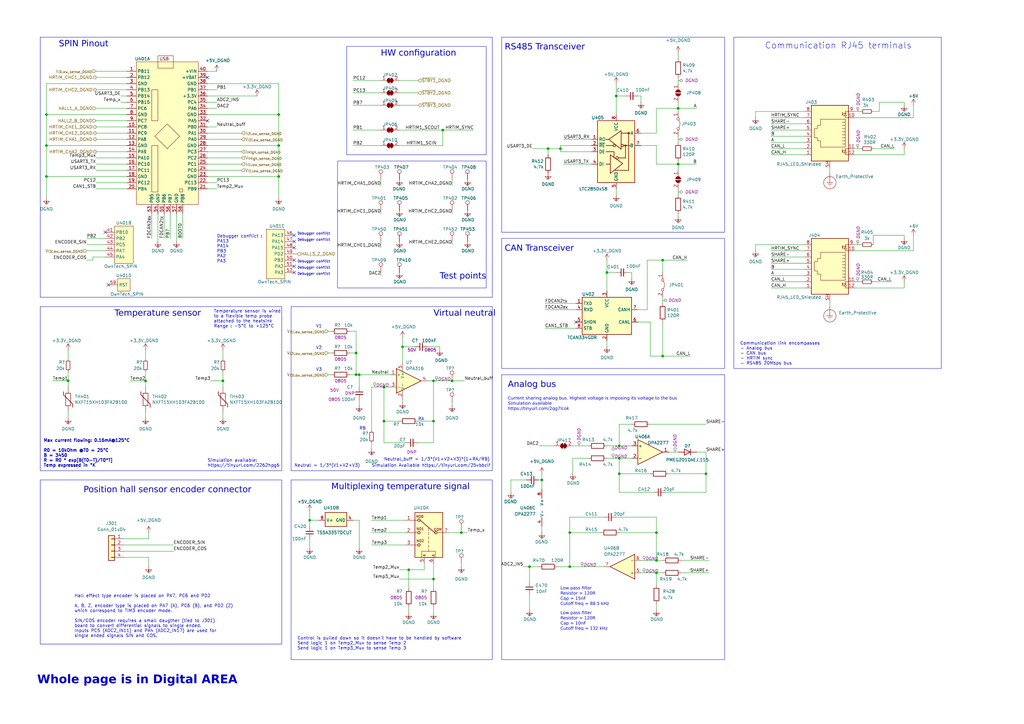
<source format=kicad_sch>
(kicad_sch (version 20231120) (generator "eeschema") (generator_version "8.0")
  (paper "A3")
  (title_block (title "OWNVERTER V1.1") (company "https://gitlab.laas.fr/owntech/1leg/-/tree/V1.1.2/KiCAD_files") (comment 1 "TWR"))
  (junction (at 165.1 142.24))
  (junction (at 269.24 218.44))
  (junction (at 222.25 196.85))
  (junction (at 269.24 234.95))
  (junction (at 254 182.88))
  (junction (at 146.05 153.67))
  (junction (at 217.17 232.41))
  (junction (at 157.48 172.72))
  (junction (at 271.78 106.68))
  (junction (at 114.3 72.39))
  (junction (at 19.05 72.39))
  (junction (at 177.8 237.49))
  (junction (at 91.44 156.21))
  (junction (at 181.61 53.34))
  (junction (at 269.24 229.87))
  (junction (at 189.23 218.44))
  (junction (at 157.48 158.75))
  (junction (at 254 194.31))
  (junction (at 19.05 59.69))
  (junction (at 177.8 172.72))
  (junction (at 147.32 153.67))
  (junction (at 185.42 156.21))
  (junction (at 233.68 218.44))
  (junction (at 19.05 46.99))
  (junction (at 271.78 146.05))
  (junction (at 114.3 46.99))
  (junction (at 252.73 39.37))
  (junction (at 278.13 67.31))
  (junction (at 289.56 194.31))
  (junction (at 233.68 232.41))
  (junction (at 229.87 60.96))
  (junction (at 146.05 144.78))
  (junction (at 167.64 233.68))
  (junction (at 254 187.96))
  (junction (at 224.79 60.96))
  (junction (at 127 213.36))
  (junction (at 278.13 44.45))
  (junction (at 177.8 156.21))
  (junction (at 248.92 111.76))
  (junction (at 114.3 59.69))
  (junction (at 27.94 156.21))
  (junction (at 59.69 156.21))
  (no_connect (at 120.65 101.6))
  (no_connect (at 236.22 132.08))
  (no_connect (at 85.09 31.75))
  (no_connect (at 120.65 106.68))
  (no_connect (at 120.65 109.22))
  (no_connect (at 120.65 111.76))
  (no_connect (at 120.65 99.06))
  (no_connect (at 120.65 96.52))
  (no_connect (at 44.45 116.84))
  (no_connect (at 85.09 49.53))
  (no_connect (at 43.18 95.25))
  (wire (pts (xy 224.79 60.96) (xy 224.79 63.5)))
  (wire (pts (xy 229.87 62.23) (xy 242.57 62.23)))
  (wire (pts (xy 60.96 218.44) (xy 60.96 220.98)))
  (wire (pts (xy 271.78 121.92) (xy 271.78 124.46)))
  (wire (pts (xy 166.37 218.44) (xy 152.4 218.44)))
  (wire (pts (xy 233.68 218.44) (xy 246.38 218.44)))
  (wire (pts (xy 19.05 59.69) (xy 52.07 59.69)))
  (wire (pts (xy 248.92 106.68) (xy 248.92 111.76)))
  (wire (pts (xy 171.45 38.1) (xy 163.83 38.1)))
  (wire (pts (xy 254 218.44) (xy 269.24 218.44)))
  (wire (pts (xy 252.73 212.09) (xy 269.24 212.09)))
  (wire (pts (xy 91.44 156.21) (xy 91.44 158.75)))
  (wire (pts (xy 49.53 41.91) (xy 52.07 41.91)))
  (wire (pts (xy 39.37 57.15) (xy 52.07 57.15)))
  (wire (pts (xy 35.56 100.33) (xy 43.18 100.33)))
  (wire (pts (xy 85.09 46.99) (xy 114.3 46.99)))
  (wire (pts (xy 144.78 53.34) (xy 156.21 53.34)))
  (wire (pts (xy 223.52 134.62) (xy 236.22 134.62)))
  (wire (pts (xy 177.8 248.92) (xy 177.8 251.46)))
  (wire (pts (xy 85.09 34.29) (xy 114.3 34.29)))
  (wire (pts (xy 266.7 173.99) (xy 289.56 173.99)))
  (wire (pts (xy 278.13 66.04) (xy 278.13 67.31)))
  (wire (pts (xy 231.14 67.31) (xy 242.57 67.31)))
  (wire (pts (xy 19.05 46.99) (xy 52.07 46.99)))
  (wire (pts (xy 185.42 156.21) (xy 190.5 156.21)))
  (wire (pts (xy 91.44 152.4) (xy 91.44 156.21)))
  (wire (pts (xy 262.89 39.37) (xy 261.62 39.37)))
  (wire (pts (xy 360.68 45.72) (xy 358.14 45.72)))
  (wire (pts (xy 254 182.88) (xy 254 173.99)))
  (wire (pts (xy 266.7 194.31) (xy 254 194.31)))
  (wire (pts (xy 27.94 143.51) (xy 27.94 147.32)))
  (wire (pts (xy 269.24 44.45) (xy 278.13 44.45)))
  (wire (pts (xy 143.51 144.78) (xy 146.05 144.78)))
  (wire (pts (xy 358.14 115.57) (xy 365.76 115.57)))
  (wire (pts (xy 231.14 57.15) (xy 242.57 57.15)))
  (wire (pts (xy 374.65 43.18) (xy 374.65 48.26)))
  (wire (pts (xy 370.84 96.52) (xy 370.84 97.79)))
  (wire (pts (xy 152.4 181.61) (xy 152.4 184.15)))
  (wire (pts (xy 265.43 106.68) (xy 271.78 106.68)))
  (wire (pts (xy 223.52 127) (xy 236.22 127)))
  (wire (pts (xy 156.21 99.06) (xy 156.21 101.6)))
  (wire (pts (xy 316.23 48.26) (xy 330.2 48.26)))
  (wire (pts (xy 39.37 52.07) (xy 52.07 52.07)))
  (wire (pts (xy 39.37 31.75) (xy 52.07 31.75)))
  (wire (pts (xy 171.45 33.02) (xy 163.83 33.02)))
  (wire (pts (xy 156.21 38.1) (xy 144.78 38.1)))
  (wire (pts (xy 228.6 232.41) (xy 233.68 232.41)))
  (wire (pts (xy 316.23 53.34) (xy 330.2 53.34)))
  (wire (pts (xy 99.06 67.31) (xy 85.09 67.31)))
  (wire (pts (xy 269.24 67.31) (xy 278.13 67.31)))
  (wire (pts (xy 278.13 21.59) (xy 278.13 24.13)))
  (wire (pts (xy 271.78 106.68) (xy 281.94 106.68)))
  (wire (pts (xy 265.43 127) (xy 261.62 127)))
  (wire (pts (xy 266.7 132.08) (xy 266.7 146.05)))
  (wire (pts (xy 252.73 39.37) (xy 256.54 39.37)))
  (wire (pts (xy 285.75 185.42) (xy 289.56 185.42)))
  (wire (pts (xy 86.36 156.21) (xy 91.44 156.21)))
  (wire (pts (xy 278.13 31.75) (xy 278.13 34.29)))
  (wire (pts (xy 38.1 106.68) (xy 38.1 105.41)))
  (wire (pts (xy 50.8 223.52) (xy 71.12 223.52)))
  (wire (pts (xy 254 173.99) (xy 259.08 173.99)))
  (wire (pts (xy 252.73 39.37) (xy 252.73 46.99)))
  (wire (pts (xy 222.25 215.9) (xy 222.25 218.44)))
  (wire (pts (xy 189.23 232.41) (xy 189.23 231.14)))
  (wire (pts (xy 49.53 39.37) (xy 52.07 39.37)))
  (wire (pts (xy 85.09 64.77) (xy 99.06 64.77)))
  (wire (pts (xy 157.48 158.75) (xy 160.02 158.75)))
  (wire (pts (xy 224.79 60.96) (xy 229.87 60.96)))
  (wire (pts (xy 114.3 59.69) (xy 114.3 72.39)))
  (wire (pts (xy 177.8 156.21) (xy 175.26 156.21)))
  (wire (pts (xy 262.89 234.95) (xy 269.24 234.95)))
  (wire (pts (xy 316.23 113.03) (xy 330.2 113.03)))
  (wire (pts (xy 248.92 182.88) (xy 254 182.88)))
  (wire (pts (xy 350.52 102.87) (xy 374.65 102.87)))
  (wire (pts (xy 218.44 60.96) (xy 224.79 60.96)))
  (wire (pts (xy 330.2 115.57) (xy 316.23 115.57)))
  (wire (pts (xy 222.25 196.85) (xy 222.25 200.66)))
  (wire (pts (xy 99.06 57.15) (xy 85.09 57.15)))
  (wire (pts (xy 269.24 247.65) (xy 269.24 250.19)))
  (wire (pts (xy 370.84 41.91) (xy 370.84 43.18)))
  (wire (pts (xy 147.32 153.67) (xy 147.32 158.75)))
  (wire (pts (xy 262.89 54.61) (xy 269.24 54.61)))
  (wire (pts (xy 262.89 59.69) (xy 269.24 59.69)))
  (wire (pts (xy 35.56 97.79) (xy 43.18 97.79)))
  (wire (pts (xy 269.24 218.44) (xy 269.24 229.87)))
  (wire (pts (xy 19.05 59.69) (xy 19.05 46.99)))
  (wire (pts (xy 259.08 111.76) (xy 257.81 111.76)))
  (wire (pts (xy 39.37 62.23) (xy 52.07 62.23)))
  (wire (pts (xy 229.87 62.23) (xy 229.87 60.96)))
  (wire (pts (xy 146.05 135.89) (xy 146.05 144.78)))
  (wire (pts (xy 50.8 228.6) (xy 60.96 228.6)))
  (wire (pts (xy 274.32 185.42) (xy 278.13 185.42)))
  (wire (pts (xy 85.09 44.45) (xy 88.9 44.45)))
  (wire (pts (xy 181.61 53.34) (xy 194.31 53.34)))
  (wire (pts (xy 127 220.98) (xy 127 224.79)))
  (wire (pts (xy 163.83 237.49) (xy 177.8 237.49)))
  (wire (pts (xy 252.73 34.29) (xy 252.73 39.37)))
  (wire (pts (xy 85.09 62.23) (xy 99.06 62.23)))
  (wire (pts (xy 316.23 55.88) (xy 330.2 55.88)))
  (wire (pts (xy 39.37 64.77) (xy 52.07 64.77)))
  (wire (pts (xy 166.37 213.36) (xy 152.4 213.36)))
  (wire (pts (xy 85.09 54.61) (xy 99.06 54.61)))
  (wire (pts (xy 271.78 111.76) (xy 271.78 106.68)))
  (wire (pts (xy 189.23 218.44) (xy 191.77 218.44)))
  (wire (pts (xy 134.62 135.89) (xy 135.89 135.89)))
  (wire (pts (xy 185.42 166.37) (xy 185.42 165.1)))
  (wire (pts (xy 146.05 153.67) (xy 147.32 153.67)))
  (wire (pts (xy 163.83 172.72) (xy 157.48 172.72)))
  (wire (pts (xy 350.52 60.96) (xy 353.06 60.96)))
  (wire (pts (xy 39.37 74.93) (xy 52.07 74.93)))
  (wire (pts (xy 254 201.93) (xy 254 194.31)))
  (wire (pts (xy 67.31 87.63) (xy 67.31 97.79)))
  (wire (pts (xy 278.13 55.88) (xy 278.13 58.42)))
  (wire (pts (xy 265.43 106.68) (xy 265.43 127)))
  (wire (pts (xy 278.13 77.47) (xy 278.13 80.01)))
  (wire (pts (xy 241.3 187.96) (xy 234.95 187.96)))
  (wire (pts (xy 127 209.55) (xy 127 213.36)))
  (wire (pts (xy 214.63 232.41) (xy 217.17 232.41)))
  (wire (pts (xy 350.52 48.26) (xy 374.65 48.26)))
  (wire (pts (xy 233.68 212.09) (xy 233.68 218.44)))
  (wire (pts (xy 62.23 87.63) (xy 62.23 97.79)))
  (wire (pts (xy 316.23 102.87) (xy 330.2 102.87)))
  (wire (pts (xy 163.83 59.69) (xy 181.61 59.69)))
  (wire (pts (xy 358.14 96.52) (xy 358.14 100.33)))
  (wire (pts (xy 85.09 41.91) (xy 88.9 41.91)))
  (wire (pts (xy 19.05 72.39) (xy 19.05 81.28)))
  (wire (pts (xy 316.23 118.11) (xy 330.2 118.11)))
  (wire (pts (xy 370.84 115.57) (xy 370.84 118.11)))
  (wire (pts (xy 59.69 168.91) (xy 59.69 171.45)))
  (wire (pts (xy 273.05 201.93) (xy 289.56 201.93)))
  (wire (pts (xy 248.92 111.76) (xy 252.73 111.76)))
  (wire (pts (xy 85.09 74.93) (xy 88.9 74.93)))
  (wire (pts (xy 19.05 72.39) (xy 19.05 59.69)))
  (wire (pts (xy 177.8 156.21) (xy 185.42 156.21)))
  (wire (pts (xy 59.69 152.4) (xy 59.69 156.21)))
  (wire (pts (xy 157.48 158.75) (xy 157.48 172.72)))
  (wire (pts (xy 234.95 187.96) (xy 234.95 194.31)))
  (wire (pts (xy 185.42 99.06) (xy 185.42 100.33)))
  (wire (pts (xy 189.23 217.17) (xy 189.23 218.44)))
  (wire (pts (xy 274.32 194.31) (xy 289.56 194.31)))
  (wire (pts (xy 316.23 50.8) (xy 330.2 50.8)))
  (wire (pts (xy 217.17 243.84) (xy 217.17 250.19)))
  (wire (pts (xy 271.78 146.05) (xy 283.21 146.05)))
  (wire (pts (xy 185.42 86.36) (xy 185.42 87.63)))
  (wire (pts (xy 167.64 248.92) (xy 167.64 251.46)))
  (wire (pts (xy 266.7 146.05) (xy 271.78 146.05)))
  (wire (pts (xy 69.85 87.63) (xy 69.85 97.79)))
  (wire (pts (xy 85.09 39.37) (xy 105.41 39.37)))
  (wire (pts (xy 259.08 111.76) (xy 259.08 114.3)))
  (wire (pts (xy 248.92 187.96) (xy 254 187.96)))
  (wire (pts (xy 85.09 52.07) (xy 88.9 52.07)))
  (wire (pts (xy 147.32 163.83) (xy 147.32 166.37)))
  (wire (pts (xy 127 213.36) (xy 127 215.9)))
  (wire (pts (xy 134.62 144.78) (xy 135.89 144.78)))
  (wire (pts (xy 360.68 41.91) (xy 360.68 45.72)))
  (wire (pts (xy 177.8 181.61) (xy 177.8 172.72)))
  (wire (pts (xy 167.64 233.68) (xy 173.99 233.68)))
  (wire (pts (xy 171.45 43.18) (xy 163.83 43.18)))
  (wire (pts (xy 156.21 86.36) (xy 156.21 87.63)))
  (wire (pts (xy 180.34 142.24) (xy 175.26 142.24)))
  (wire (pts (xy 248.92 111.76) (xy 248.92 119.38)))
  (wire (pts (xy 279.4 229.87) (xy 290.83 229.87)))
  (wire (pts (xy 370.84 60.96) (xy 370.84 63.5)))
  (wire (pts (xy 165.1 142.24) (xy 165.1 148.59)))
  (wire (pts (xy 180.34 143.51) (xy 180.34 142.24)))
  (wire (pts (xy 269.24 234.95) (xy 271.78 234.95)))
  (wire (pts (xy 85.09 29.21) (xy 88.9 29.21)))
  (wire (pts (xy 278.13 41.91) (xy 278.13 44.45)))
  (wire (pts (xy 59.69 156.21) (xy 59.69 158.75)))
  (wire (pts (xy 52.07 72.39) (xy 19.05 72.39)))
  (wire (pts (xy 350.52 115.57) (xy 353.06 115.57)))
  (wire (pts (xy 27.94 168.91) (xy 27.94 171.45)))
  (wire (pts (xy 171.45 181.61) (xy 177.8 181.61)))
  (wire (pts (xy 309.88 100.33) (xy 309.88 102.87)))
  (wire (pts (xy 209.55 196.85) (xy 209.55 201.93)))
  (wire (pts (xy 289.56 201.93) (xy 289.56 194.31)))
  (wire (pts (xy 316.23 58.42) (xy 330.2 58.42)))
  (wire (pts (xy 134.62 153.67) (xy 135.89 153.67)))
  (wire (pts (xy 252.73 77.47) (xy 252.73 80.01)))
  (wire (pts (xy 223.52 124.46) (xy 236.22 124.46)))
  (wire (pts (xy 35.56 106.68) (xy 38.1 106.68)))
  (wire (pts (xy 316.23 110.49) (xy 330.2 110.49)))
  (wire (pts (xy 254 187.96) (xy 259.08 187.96)))
  (wire (pts (xy 114.3 72.39) (xy 114.3 81.28)))
  (wire (pts (xy 156.21 73.66) (xy 156.21 76.2)))
  (wire (pts (xy 59.69 143.51) (xy 59.69 147.32)))
  (wire (pts (xy 217.17 232.41) (xy 220.98 232.41)))
  (wire (pts (xy 278.13 44.45) (xy 278.13 45.72)))
  (wire (pts (xy 88.9 77.47) (xy 85.09 77.47)))
  (wire (pts (xy 91.44 168.91) (xy 91.44 171.45)))
  (wire (pts (xy 147.32 213.36) (xy 147.32 224.79)))
  (wire (pts (xy 184.15 218.44) (xy 189.23 218.44)))
  (wire (pts (xy 254 187.96) (xy 254 194.31)))
  (wire (pts (xy 146.05 144.78) (xy 146.05 153.67)))
  (wire (pts (xy 289.56 185.42) (xy 289.56 194.31)))
  (wire (pts (xy 114.3 46.99) (xy 114.3 59.69)))
  (wire (pts (xy 127 213.36) (xy 130.81 213.36)))
  (wire (pts (xy 152.4 158.75) (xy 152.4 176.53)))
  (wire (pts (xy 157.48 181.61) (xy 157.48 172.72)))
  (wire (pts (xy 358.14 96.52) (xy 370.84 96.52)))
  (wire (pts (xy 316.23 105.41) (xy 330.2 105.41)))
  (wire (pts (xy 121.92 104.14) (xy 120.65 104.14)))
  (wire (pts (xy 340.36 68.58) (xy 340.36 71.12)))
  (wire (pts (xy 39.37 77.47) (xy 52.07 77.47)))
  (wire (pts (xy 143.51 135.89) (xy 146.05 135.89)))
  (wire (pts (xy 309.88 45.72) (xy 330.2 45.72)))
  (wire (pts (xy 233.68 218.44) (xy 233.68 232.41)))
  (wire (pts (xy 316.23 107.95) (xy 330.2 107.95)))
  (wire (pts (xy 156.21 33.02) (xy 144.78 33.02)))
  (wire (pts (xy 166.37 181.61) (xy 157.48 181.61)))
  (wire (pts (xy 269.24 59.69) (xy 269.24 67.31)))
  (wire (pts (xy 27.94 156.21) (xy 27.94 158.75)))
  (wire (pts (xy 350.52 100.33) (xy 353.06 100.33)))
  (wire (pts (xy 254 182.88) (xy 259.08 182.88)))
  (wire (pts (xy 271.78 132.08) (xy 271.78 146.05)))
  (wire (pts (xy 72.39 87.63) (xy 72.39 99.06)))
  (wire (pts (xy 74.93 87.63) (xy 74.93 97.79)))
  (wire (pts (xy 156.21 111.76) (xy 156.21 113.03)))
  (wire (pts (xy 144.78 59.69) (xy 156.21 59.69)))
  (wire (pts (xy 248.92 139.7) (xy 248.92 142.24)))
  (wire (pts (xy 340.36 123.19) (xy 340.36 125.73)))
  (wire (pts (xy 60.96 220.98) (xy 50.8 220.98)))
  (wire (pts (xy 330.2 60.96) (xy 316.23 60.96)))
  (wire (pts (xy 19.05 46.99) (xy 19.05 34.29)))
  (wire (pts (xy 267.97 201.93) (xy 254 201.93)))
  (wire (pts (xy 19.05 34.29) (xy 52.07 34.29)))
  (wire (pts (xy 360.68 41.91) (xy 370.84 41.91)))
  (wire (pts (xy 278.13 44.45) (xy 285.75 44.45)))
  (wire (pts (xy 152.4 158.75) (xy 157.48 158.75)))
  (wire (pts (xy 217.17 232.41) (xy 217.17 238.76)))
  (wire (pts (xy 358.14 60.96) (xy 367.03 60.96)))
  (wire (pts (xy 166.37 223.52) (xy 152.4 223.52)))
  (wire (pts (xy 261.62 132.08) (xy 266.7 132.08)))
  (wire (pts (xy 165.1 138.43) (xy 165.1 142.24)))
  (wire (pts (xy 163.83 233.68) (xy 167.64 233.68)))
  (wire (pts (xy 39.37 36.83) (xy 52.07 36.83)))
  (wire (pts (xy 233.68 232.41) (xy 247.65 232.41)))
  (wire (pts (xy 278.13 67.31) (xy 285.75 67.31)))
  (wire (pts (xy 144.78 43.18) (xy 156.21 43.18)))
  (wire (pts (xy 21.59 156.21) (xy 27.94 156.21)))
  (wire (pts (xy 147.32 153.67) (xy 160.02 153.67)))
  (wire (pts (xy 39.37 54.61) (xy 52.07 54.61)))
  (wire (pts (xy 50.8 226.06) (xy 71.12 226.06)))
  (wire (pts (xy 163.83 53.34) (xy 181.61 53.34)))
  (wire (pts (xy 229.87 59.69) (xy 242.57 59.69)))
  (wire (pts (xy 222.25 194.31) (xy 222.25 196.85)))
  (wire (pts (xy 64.77 87.63) (xy 64.77 99.06)))
  (wire (pts (xy 167.64 233.68) (xy 167.64 241.3)))
  (wire (pts (xy 143.51 153.67) (xy 146.05 153.67)))
  (wire (pts (xy 269.24 229.87) (xy 271.78 229.87)))
  (wire (pts (xy 38.1 105.41) (xy 43.18 105.41)))
  (wire (pts (xy 233.68 212.09) (xy 247.65 212.09)))
  (wire (pts (xy 234.95 182.88) (xy 241.3 182.88)))
  (wire (pts (xy 171.45 172.72) (xy 177.8 172.72)))
  (wire (pts (xy 85.09 36.83) (xy 88.9 36.83)))
  (wire (pts (xy 350.52 118.11) (xy 370.84 118.11)))
  (wire (pts (xy 269.24 212.09) (xy 269.24 218.44)))
  (wire (pts (xy 39.37 49.53) (xy 52.07 49.53)))
  (wire (pts (xy 39.37 69.85) (xy 52.07 69.85)))
  (wire (pts (xy 60.96 228.6) (xy 60.96 232.41)))
  (wire (pts (xy 177.8 231.14) (xy 177.8 237.49)))
  (wire (pts (xy 185.42 73.66) (xy 185.42 76.2)))
  (wire (pts (xy 177.8 237.49) (xy 177.8 241.3)))
  (wire (pts (xy 279.4 234.95) (xy 290.83 234.95)))
  (wire (pts (xy 85.09 72.39) (xy 114.3 72.39)))
  (wire (pts (xy 27.94 152.4) (xy 27.94 156.21)))
  (wire (pts (xy 177.8 156.21) (xy 177.8 172.72)))
  (wire (pts (xy 269.24 54.61) (xy 269.24 44.45)))
  (wire (pts (xy 220.98 196.85) (xy 222.25 196.85)))
  (wire (pts (xy 39.37 29.21) (xy 52.07 29.21)))
  (wire (pts (xy 278.13 87.63) (xy 278.13 88.9)))
  (wire (pts (xy 85.09 69.85) (xy 99.06 69.85)))
  (wire (pts (xy 262.89 39.37) (xy 262.89 41.91)))
  (wire (pts (xy 91.44 143.51) (xy 91.44 147.32)))
  (wire (pts (xy 181.61 53.34) (xy 181.61 59.69)))
  (wire (pts (xy 220.98 182.88) (xy 227.33 182.88)))
  (wire (pts (xy 173.99 231.14) (xy 173.99 233.68)))
  (wire (pts (xy 35.56 102.87) (xy 43.18 102.87)))
  (wire (pts (xy 309.88 45.72) (xy 309.88 48.26)))
  (wire (pts (xy 262.89 229.87) (xy 269.24 229.87)))
  (wire (pts (xy 309.88 100.33) (xy 330.2 100.33)))
  (wire (pts (xy 165.1 142.24) (xy 170.18 142.24)))
  (wire (pts (xy 350.52 45.72) (xy 353.06 45.72)))
  (wire (pts (xy 85.09 59.69) (xy 114.3 59.69)))
  (wire (pts (xy 165.1 163.83) (xy 165.1 165.1)))
  (wire (pts (xy 53.34 156.21) (xy 59.69 156.21)))
  (wire (pts (xy 316.23 63.5) (xy 330.2 63.5)))
  (wire (pts (xy 269.24 240.03) (xy 269.24 234.95)))
  (wire (pts (xy 144.78 213.36) (xy 147.32 213.36)))
  (wire (pts (xy 278.13 67.31) (xy 278.13 69.85)))
  (wire (pts (xy 350.52 63.5) (xy 370.84 63.5)))
  (wire (pts (xy 39.37 44.45) (xy 52.07 44.45)))
  (wire (pts (xy 114.3 34.29) (xy 114.3 46.99)))
  (wire (pts (xy 39.37 67.31) (xy 52.07 67.31)))
  (wire (pts (xy 229.87 60.96) (xy 229.87 59.69)))
  (wire (pts (xy 374.65 96.52) (xy 374.65 102.87)))
  (wire (pts (xy 209.55 196.85) (xy 215.9 196.85)))
  (rectangle (start 205.74 153.67) (end 297.18 270.51))
  (rectangle (start 205.74 15.24) (end 297.18 95.25))
  (rectangle (start 142.24 19.05) (end 199.39 63.5))
  (rectangle (start 16.51 196.85) (end 115.57 264.16))
  (rectangle (start 300.99 15.24) (end 386.08 151.13))
  (rectangle (start 16.51 125.73) (end 115.57 193.04))
  (rectangle (start 16.51 15.24) (end 201.93 121.92))
  (rectangle (start 138.43 66.04) (end 199.39 118.11))
  (rectangle (start 119.38 196.85) (end 201.93 270.51))
  (rectangle (start 205.74 97.79) (end 297.18 151.13))
  (rectangle (start 119.38 125.73) (end 201.93 193.04))
  (text "Simulation Available https://tinyurl.com/25vbbclf" (at 152.4 191.77 0) (effects (font (size 1.27 1.27)) (justify left bottom)))
  (text "HW configuration\n" (at 156.21 24.13 0) (effects (font (size 2.54 2.54)) (justify left bottom)))
  (text "Neutral = 1/3*(V1+V2+V3)" (at 120.65 191.77 0) (effects (font (size 1.27 1.27)) (justify left bottom)))
  (text "Max current flowing: 0.16mA@125°C\n\nR0 = 10kOhm @T0 = 25°C\nB = 3450\nR = R0 * exp[B(T0-T)/T0*T]\nTemp expressed in °K" (at 17.78 191.77 0) (effects (font (size 1.27 1.27) (thickness 0.254) (bold yes)) (justify left bottom)))
  (text "Debugger conflict" (at 121.92 113.03 0) (effects (font (size 1 1)) (justify left bottom)))
  (text "Debugger conflict" (at 121.92 110.49 0) (effects (font (size 1 1)) (justify left bottom)))
  (text "RS485 Transceiver" (at 207.01 21.59 0) (effects (font (size 2.54 2.54)) (justify left bottom)))
  (text "Analog bus\n" (at 208.28 160.02 0) (effects (font (size 2.54 2.54)) (justify left bottom)))
  (text "Test points" (at 180.34 115.57 0) (effects (font (size 2.54 2.54)) (justify left bottom)))
  (text "V1" (at 129.54 134.62 0) (effects (font (size 1.27 1.27)) (justify left bottom)))
  (text "Virtual neutral " (at 177.8 130.81 0) (effects (font (size 2.54 2.54)) (justify left bottom)))
  (text "Low pass filter\nResistor = 120R\nCap = 10nF\nCutoff freq = 132 kHz" (at 229.87 259.08 0) (effects (font (size 1.27 1.27)) (justify left bottom)))
  (text "RA\n" (at 171.45 172.72 0) (effects (font (size 1.27 1.27)) (justify left bottom)))
  (text "SPIN Pinout" (at 24.13 20.32 0) (effects (font (size 2.54 2.54)) (justify left bottom)))
  (text "Hall effect type encoder is placed on PA7, PC6 and PD2\n\nA, B, Z, encoder type is placed on PA7 (A), PC6 (B), and PD2 (Z)\nwhich correspond to TIM3 encoder mode.\n\nSIN/COS encoder requires a small daugther (tied to J301)\nboard to convert differential signals to single ended. \nInputs PC5 (ADC2_IN11) and PA4 (ADC2_IN17) are used for \nsingle ended signals SIN and COS." (at 30.48 261.62 0) (effects (font (size 1.27 1.27)) (justify left bottom)))
  (text "Debugger conflict" (at 121.92 96.52 0) (effects (font (size 1 1)) (justify left bottom)))
  (text "Communication link encompasses \n- Analog bus \n- CAN bus \n- HRTIM sync\n- RS485 20Mbps bus" (at 303.53 149.86 0) (effects (font (size 1.27 1.27)) (justify left bottom)))
  (text "Debugger conflict" (at 121.92 99.06 0) (effects (font (size 1 1)) (justify left bottom)))
  (text "Neutral_buff = 1/3*(V1+V2+V3)*(1+RA/RB)" (at 157.48 189.23 0) (effects (font (size 1.27 1.27)) (justify left bottom)))
  (text "Current sharing analog bus. Highest voltage is imposing its voltage to the bus\nSimulation available \nhttps://tinyurl.com/2qg7lcok" (at 208.28 168.91 0) (effects (font (size 1.27 1.27)) (justify left bottom)))
  (text "Temperature sensor" (at 46.99 130.81 0) (effects (font (size 2.54 2.54)) (justify left bottom)))
  (text "Simulation available:\nhttps://tinyurl.com/2262hpg6" (at 85.09 191.77 0) (effects (font (size 1.27 1.27)) (justify left bottom)))
  (text "Multiplexing temperature signal" (at 135.89 201.93 0) (effects (font (size 2.54 2.54)) (justify left bottom)))
  (text "Low pass filter\nResistor = 120R\nCap = 15nF\nCutoff freq = 88.5 kHz" (at 229.87 248.92 0) (effects (font (size 1.27 1.27)) (justify left bottom)))
  (text "Communication RJ45 terminals " (at 313.69 20.32 0) (effects (font (size 2.54 2.54)) (justify left bottom)))
  (text "Control is pulled down so it doesn't have to be handled by software\nSend logic 1 on Temp2_Mux to sense Temp 2\nSend logic 1 on Temp3_Mux to sense Temp 3" (at 121.92 266.7 0) (effects (font (size 1.27 1.27)) (justify left bottom)))
  (text "RB\n" (at 147.32 176.53 0) (effects (font (size 1.27 1.27)) (justify left bottom)))
  (text "Whole page is in Digital AREA\n" (at 15.24 281.94 0) (effects (font (size 3.5 3.5) (thickness 0.7) (bold yes)) (justify left bottom)))
  (text "Debugger conflict : \nPA13\nPA14\nPB3\nPA2\nPA3" (at 88.9 107.95 0) (effects (font (size 1.27 1.27)) (justify left bottom)))
  (text "V3" (at 129.54 152.4 0) (effects (font (size 1.27 1.27)) (justify left bottom)))
  (text "CAN Transceiver\n" (at 207.01 104.14 0) (effects (font (size 2.4892 2.4892)) (justify left bottom)))
  (text "Debugger conflict" (at 121.92 107.95 0) (effects (font (size 1 1)) (justify left bottom)))
  (text "V2" (at 129.54 143.51 0) (effects (font (size 1.27 1.27)) (justify left bottom)))
  (text "Temperature sensor is wired\nto a flexible temp probe \nattached to the heatsink\nRange : -5°C to +125°C" (at 87.63 134.62 0) (effects (font (size 1.27 1.27)) (justify left bottom)))
  (text "Position hall sensor encoder connector" (at 34.29 203.2 0) (effects (font (size 2.54 2.54)) (justify left bottom)))
  (label "HRTIM1_SCOUT" (at 180.34 53.34 180))
  (label "Temp2_Mux" (at 88.9 77.47 0))
  (label "PC12" (at 144.78 33.02 0))
  (label "USART3_TX" (at 39.37 67.31 180))
  (label "A" (at 316.23 58.42 0))
  (label "ADC2_IN5" (at 88.9 41.91 0))
  (label "B" (at 316.23 110.49 0))
  (label "B" (at 285.75 67.31 180))
  (label "HRTIM_CHC2_DGND" (at 185.42 87.63 180))
  (label "HRTIM_SYNC" (at 316.23 48.26 0))
  (label "PB7" (at 69.85 97.79 90))
  (label "USART3_TX" (at 231.14 67.31 0))
  (label "SHARE-" (at 316.23 105.41 0))
  (label "Temp3" (at 152.4 223.52 0))
  (label "PB1" (at 88.9 36.83 0))
  (label "CAN_L" (at 365.76 115.57 180))
  (label "Temp_x" (at 191.77 218.44 0))
  (label "HRTIM_CHA2_DGND" (at 185.42 76.2 180))
  (label "ENCODER_SIN" (at 71.12 223.52 0))
  (label "PB1" (at 144.78 53.34 0))
  (label "HRTIM1_SCIN" (at 179.07 59.69 180))
  (label "CAN1_STB" (at 39.37 77.47 180))
  (label "ENCODER_SIN" (at 35.56 100.33 180))
  (label "SHARE-" (at 290.83 229.87 180))
  (label "USART3_DE" (at 49.53 39.37 180))
  (label "Temp_x" (at 49.53 41.91 180))
  (label "Temp3_Mux" (at 163.83 237.49 180))
  (label "CAN_L" (at 316.23 60.96 0))
  (label "ENCODER_COS" (at 71.12 226.06 0))
  (label "HRTIM_SYNC" (at 194.31 53.34 180))
  (label "HRTIM_CHC1_DGND" (at 156.21 87.63 180))
  (label "HRTIM_CHA1_DGND" (at 156.21 76.2 180))
  (label "PC13" (at 144.78 38.1 0))
  (label "BOOT0" (at 74.93 97.79 90))
  (label "A" (at 285.75 44.45 180))
  (label "Neutral" (at 152.4 153.67 0))
  (label "B" (at 316.23 55.88 0))
  (label "PB2" (at 35.56 97.79 0))
  (label "Temp2" (at 53.34 156.21 0))
  (label "DAC2" (at 88.9 44.45 0))
  (label "HRTIM_CHE1_DGND" (at 156.21 101.6 180))
  (label "Temp1" (at 21.59 156.21 0))
  (label "ADC2_IN5" (at 214.63 232.41 180))
  (label "CAN_H" (at 281.94 106.68 180))
  (label "SHARE+" (at 316.23 53.34 0))
  (label "Neutral_buff" (at 88.9 52.07 0))
  (label "USART3_RX" (at 39.37 69.85 180))
  (label "USART3_DE" (at 218.44 60.96 180))
  (label "Temp3" (at 86.36 156.21 180))
  (label "CAN_H" (at 316.23 118.11 0))
  (label "Temp2_Mux" (at 163.83 233.68 180))
  (label "SHARE+" (at 290.83 234.95 180))
  (label "Temp3_Mux" (at 39.37 64.77 180))
  (label "CAN1_STB" (at 223.52 134.62 0))
  (label "CAN_L" (at 283.21 146.05 180))
  (label "CAN_L" (at 367.03 60.96 180))
  (label "PC12" (at 39.37 74.93 180))
  (label "Temp2" (at 152.4 218.44 0))
  (label "ENCODER_COS" (at 35.56 106.68 180))
  (label "DAC2" (at 156.21 113.03 180))
  (label "SHARE+" (at 289.56 185.42 0))
  (label "HRTIM_CHE2_DGND" (at 185.42 100.33 180))
  (label "FDCAN2_{RX}" (at 62.23 97.79 90))
  (label "A" (at 316.23 113.03 0))
  (label "FDCAN2_{TX}" (at 67.31 97.79 90))
  (label "CAN_H" (at 316.23 63.5 0))
  (label "FDCAN2_{TX}" (at 223.52 124.46 0))
  (label "SHARE-" (at 289.56 173.99 0))
  (label "SHARE+" (at 316.23 107.95 0))
  (label "PC13" (at 88.9 74.93 0))
  (label "PB7" (at 144.78 43.18 0))
  (label "PB2" (at 144.78 59.69 0))
  (label "CAN_L" (at 316.23 115.57 0))
  (label "HRTIM_SYNC" (at 316.23 102.87 0))
  (label "USART3_RX" (at 231.14 57.15 0))
  (label "FDCAN2_{RX}" (at 223.52 127 0))
  (label "DAC2" (at 220.98 182.88 180))
  (label "Temp1" (at 152.4 213.36 0))
  (label "SHARE-" (at 316.23 50.8 0))
  (label "Neutral_buff" (at 190.5 156.21 0))
  (hierarchical_label "~{STBY3}_DGND" (shape input) (at 171.45 43.18 0))
  (hierarchical_label "HALL3_Z_DGND" (shape input) (at 121.92 104.14 0))
  (hierarchical_label "HRTIM_CHA1_DGND" (shape output) (at 39.37 57.15 180))
  (hierarchical_label "V_{I1Low_sense_DGND}" (shape input) (at 134.62 135.89 180))
  (hierarchical_label "V_{I2Low_sense_DGND}" (shape input) (at 134.62 144.78 180))
  (hierarchical_label "I_{I1Low_sense_DGND}" (shape input) (at 99.06 67.31 0))
  (hierarchical_label "V_{I3Low_sense_DGND}" (shape input) (at 134.62 153.67 180))
  (hierarchical_label "I_{I3Low_sense_DGND}" (shape input) (at 39.37 29.21 180))
  (hierarchical_label "HRTIM_CHC2_DGND" (shape output) (at 39.37 36.83 180))
  (hierarchical_label "HALL1_A_DGND" (shape input) (at 39.37 44.45 180))
  (hierarchical_label "V_{I1Low_sense_DGND}" (shape input) (at 99.06 69.85 0))
  (hierarchical_label "HRTIM_CHC1_DGND" (shape output) (at 39.37 31.75 180))
  (hierarchical_label "V_{I2Low_sense_DGND}" (shape input) (at 99.06 57.15 0))
  (hierarchical_label "I_{IHigh_sense_DGND}" (shape input) (at 99.06 62.23 0))
  (hierarchical_label "HRTIM_CHE2_DGND" (shape output) (at 39.37 54.61 180))
  (hierarchical_label "V_{I3Low_sense_DGND}" (shape input) (at 35.56 102.87 180))
  (hierarchical_label "~{STBY1}_DGND" (shape input) (at 171.45 33.02 0))
  (hierarchical_label "HALL2_B_DGND" (shape input) (at 39.37 49.53 180))
  (hierarchical_label "V_{IHigh_sense_DGND}" (shape input) (at 99.06 64.77 0))
  (hierarchical_label "HRTIM_CHA2_DGND" (shape output) (at 39.37 62.23 180))
  (hierarchical_label "I_{I2Low_sense_DGND}" (shape input) (at 99.06 54.61 0))
  (hierarchical_label "~{STBY2}_DGND" (shape input) (at 171.45 38.1 0))
  (hierarchical_label "HRTIM_CHE1_DGND" (shape output) (at 39.37 52.07 180))
  (netclass_flag "" (length 1.27) (shape round) (at 351.79 100.33 0) (property "Netclass" "DGND" (at 352.044 92.71 90) (effects (font (italic yes)) (justify right))))
  (netclass_flag "" (length 1.27) (shape round) (at 276.86 185.42 0) (property "Netclass" "DGND" (at 276.86 178.054 90) (effects (font (italic yes)) (justify right))))
  (netclass_flag "" (length 1.27) (shape round) (at 264.16 234.95 0) (property "Netclass" "DGND" (at 270.002 234.188 0) (effects (font (italic yes)) (justify right))))
  (netclass_flag "" (length 1.27) (shape round) (at 351.79 45.72 0) (property "Netclass" "DGND" (at 352.044 38.1 90) (effects (font (italic yes)) (justify right))))
  (netclass_flag "" (length 1.27) (shape round) (at 351.79 115.57 0) (property "Netclass" "DGND" (at 352.044 107.95 90) (effects (font (italic yes)) (justify right))))
  (netclass_flag "" (length 1.27) (shape round) (at 278.13 78.74 270) (property "Netclass" "DGND" (at 280.924 78.74 0) (effects (font (italic yes)) (justify left))))
  (netclass_flag "" (length 1.27) (shape round) (at 351.79 60.96 0) (property "Netclass" "DGND" (at 352.044 53.34 90) (effects (font (italic yes)) (justify right))))
  (netclass_flag "" (length 1.27) (shape round) (at 251.46 187.96 0) (property "Netclass" "DGND" (at 257.302 187.198 0) (effects (font (italic yes)) (justify right))))
  (netclass_flag "" (length 1.27) (shape round) (at 238.76 232.41 0) (property "Netclass" "DGND" (at 244.602 231.648 0) (effects (font (italic yes)) (justify right))))
  (netclass_flag "" (length 1.27) (shape round) (at 271.78 123.19 270) (property "Netclass" "DGND" (at 274.066 123.19 0) (effects (font (italic yes)) (justify left))))
  (netclass_flag "" (length 1.27) (shape round) (at 264.16 229.87 0) (property "Netclass" "DGND" (at 270.002 229.108 0) (effects (font (italic yes)) (justify right))))
  (netclass_flag "" (length 1.27) (shape round) (at 153.67 158.75 0) (property "Netclass" "DGND" (at 159.512 157.988 0) (effects (font (italic yes)) (justify right))))
  (netclass_flag "" (length 1.27) (shape round) (at 251.46 182.88 180) (property "Netclass" "DGND" (at 257.302 183.642 0) (effects (font (italic yes)) (justify right))))
  (netclass_flag "" (length 1.27) (shape round) (at 278.13 33.02 270) (property "Netclass" "DGND" (at 280.924 33.02 0) (effects (font (italic yes)) (justify left))))
  (netclass_flag "" (length 1.27) (shape round) (at 179.07 156.21 0) (property "Netclass" "DGND" (at 184.912 155.448 0) (effects (font (italic yes)) (justify right))))
  (netclass_flag "" (length 1.27) (shape round) (at 278.13 57.15 270) (property "Netclass" "DGND" (at 280.924 57.15 0) (effects (font (italic yes)) (justify left))))
  (netclass_flag "" (length 1.27) (shape round) (at 237.49 182.88 0) (property "Netclass" "DGND" (at 237.49 180.848 90) (effects (font (italic yes)) (justify left))))
  (symbol (lib_id "Interface_CAN_LIN:TCAN334") (at 248.92 129.54 0) (unit 1)
    (property "Reference" "U402" (at 241.3 120.65 0))
    (property "Value" "TCAN334GDR" (at 238.76 138.43 0))
    (property "Footprint" "Footprints:SOIC-8_3.9x4.9mm_P1.27mm" (effects (hide yes)))
    (property "Datasheet" "${KIPRJMOD}\\datasheet\\tcan334g.pdf" (effects (hide yes)))
    (property "DNP" "x" (effects (hide yes)))
    (property "manf#" "TCAN334GDR" (effects (hide yes)))
  )
  (symbol (lib_id "Device:C_Small") (at 255.27 111.76 90) (unit 1)
    (property "Reference" "C401" (at 254.1016 109.4232 90) (effects (justify left)))
    (property "Value" "100nF" (at 262.89 109.22 90) (effects (justify left)))
    (property "Footprint" "Footprints:C_0805_2012Metric" (effects (hide yes)))
    (property "Datasheet" "${KIPRJMOD}\\datasheet\\KEM_C1002_X7R_SMD-3316098.pdf" (effects (hide yes)))
    (property "DNP" "x" (effects (hide yes)))
    (property "manf#" "C0805C104K5RACTU" (effects (hide yes)))
    (property "Package" "0805" (effects (hide yes)))
  )
  (symbol (lib_id "Jumper:Jumper_2_Bridged") (at 271.78 116.84 270) (unit 1)
    (property "Reference" "JP401" (at 274.32 116.84 90) (effects (justify left)))
    (property "Value" "Jumper" (effects (hide yes)))
    (property "Footprint" "Connector_PinHeader_2.54mm:PinHeader_1x02_P2.54mm_Vertical" (effects (hide yes)))
    (property "Datasheet" "${KIPRJMOD}\\datasheet\\10129378.pdf" (effects (hide yes)))
    (property "DNP" "x" (effects (hide yes)))
    (property "manf#" "10129378-902001BLF" (effects (hide yes)))
  )
  (symbol (lib_id "Connector:RJ45_LED_Shielded") (at 340.36 55.88 0) (mirror y) (unit 1)
    (property "Reference" "J403" (at 332.74 41.91 0))
    (property "Value" "RJ45_LED_Shielded" (at 327.66 67.31 0))
    (property "Footprint" "Footprints:ethernet_RJE721881411" (effects (hide yes)))
    (property "Datasheet" "${KIPRJMOD}\\datasheet\\io-modjack-rje72.pdf" (effects (hide yes)))
    (property "DNP" "x" (effects (hide yes)))
    (property "manf#" "RJE721881411" (effects (hide yes)))
  )
  (symbol (lib_id "Connector:RJ45_LED_Shielded") (at 340.36 110.49 0) (mirror y) (unit 1)
    (property "Reference" "J404" (at 334.01 96.52 0))
    (property "Value" "RJ45_LED_Shielded" (at 327.66 121.92 0))
    (property "Footprint" "Footprints:ethernet_RJE721881411" (effects (hide yes)))
    (property "Datasheet" "${KIPRJMOD}\\datasheet\\io-modjack-rje72.pdf" (effects (hide yes)))
    (property "DNP" "x" (effects (hide yes)))
    (property "manf#" "RJE721881411" (effects (hide yes)))
  )
  (symbol (lib_id "Symbols:+3.3V_DGND") (at 370.84 60.96 0) (unit 1) (in_bom no) (on_board no)
    (property "Reference" "#PWR0458" (effects (hide yes)))
    (property "Value" "+3.3V_DGND" (at 370.84 57.15 0))
  )
  (symbol (lib_id "Symbols:+3.3V_DGND") (at 370.84 115.57 0) (unit 1) (in_bom no) (on_board no)
    (property "Reference" "#PWR0457" (effects (hide yes)))
    (property "Value" "+3.3V_DGND" (at 370.84 111.76 0))
  )
  (symbol (lib_id "Device:R_Small") (at 355.6 60.96 270) (mirror x) (unit 1)
    (property "Reference" "R402" (at 356.87 56.134 90))
    (property "Value" "330R" (at 356.616 58.42 90))
    (property "Footprint" "Footprints:R_0805_2012Metric" (effects (hide yes)))
    (property "Datasheet" "${KIPRJMOD}\\datasheet\\cr-1858361.pdf" (effects (hide yes)))
    (property "DNP" "x" (effects (hide yes)))
    (property "manf#" "CR0805-FX-3300ELF" (effects (hide yes)))
    (property "Package" "0805" (effects (hide yes)))
  )
  (symbol (lib_id "Device:R_Small") (at 355.6 45.72 270) (mirror x) (unit 1)
    (property "Reference" "R403" (at 356.108 40.894 90))
    (property "Value" "3k" (at 355.092 43.18 90))
    (property "Footprint" "Footprints:R_0805_2012Metric" (effects (hide yes)))
    (property "Datasheet" "${KIPRJMOD}\\datasheet\\dcrcwe3.pdf" (effects (hide yes)))
    (property "DNP" "x" (effects (hide yes)))
    (property "manf#" "CRCW08053K00FKEA" (effects (hide yes)))
    (property "Package" "0805" (effects (hide yes)))
  )
  (symbol (lib_id "Device:R_Small") (at 355.6 115.57 270) (mirror x) (unit 1)
    (property "Reference" "R404" (at 355.6 111.76 90))
    (property "Value" "330R" (at 355.6 113.665 90))
    (property "Footprint" "Footprints:R_0805_2012Metric" (effects (hide yes)))
    (property "Datasheet" "${KIPRJMOD}\\datasheet\\cr-1858361.pdf" (effects (hide yes)))
    (property "DNP" "x" (effects (hide yes)))
    (property "manf#" "CR0805-FX-3300ELF" (effects (hide yes)))
    (property "Package" "0805" (effects (hide yes)))
  )
  (symbol (lib_id "Device:R_Small") (at 355.6 100.33 270) (mirror x) (unit 1)
    (property "Reference" "R405" (at 355.6 95.25 90))
    (property "Value" "3k" (at 355.6 97.79 90))
    (property "Footprint" "Footprints:R_0805_2012Metric" (effects (hide yes)))
    (property "Datasheet" "${KIPRJMOD}\\datasheet\\dcrcwe3.pdf" (effects (hide yes)))
    (property "DNP" "x" (effects (hide yes)))
    (property "manf#" "CRCW08053K00FKEA" (effects (hide yes)))
    (property "Package" "0805" (effects (hide yes)))
  )
  (symbol (lib_id "Symbols:+3.3V_DGND") (at 248.92 106.68 0) (unit 1) (in_bom no) (on_board no)
    (property "Reference" "#PWR0443" (effects (hide yes)))
    (property "Value" "+3.3V_DGND" (at 248.92 102.87 0))
  )
  (symbol (lib_id "Symbols:DGND") (at 177.8 251.46 0) (unit 1)
    (property "Reference" "#PWR0433" (effects (hide yes)))
    (property "Value" "DGND" (at 177.8 255.27 0))
  )
  (symbol (lib_id "Device:R") (at 275.59 229.87 90) (mirror x) (unit 1)
    (property "Reference" "R418" (at 274.32 227.33 90) (effects (justify left)))
    (property "Value" "4.7k" (at 280.67 227.33 90) (effects (justify left)))
    (property "Footprint" "Footprints:R_0805_2012Metric" (effects (hide yes)))
    (property "Datasheet" "${KIPRJMOD}\\datasheet\\cr-1858361.pdf" (effects (hide yes)))
    (property "DNP" "x" (effects (hide yes)))
    (property "manf#" "CR0805-FX-4701ELF" (effects (hide yes)))
    (property "Package" "0805" (effects (hide yes)))
  )
  (symbol (lib_id "Amplifier_Operational:OPA2277") (at 224.79 208.28 0) (unit 3)
    (property "Reference" "U406" (at 219.71 208.28 0) (effects (justify right)))
    (property "Value" "OPA2277" (at 219.71 210.82 0) (effects (justify right)))
    (property "Footprint" "Package_SO:SOIC-8_3.9x4.9mm_P1.27mm" (effects (hide yes)))
    (property "Datasheet" "${KIPRJMOD}\\datasheet\\MCP6486_Family_Data_Sheet_DS20006679A-2949415.pdf" (effects (hide yes)))
    (property "DNP" "x" (effects (hide yes)))
    (property "manf#" "MCP6487T-E/SN" (effects (hide yes)))
  )
  (symbol (lib_id "Symbols:TS5A3357") (at 133.35 209.55 0) (unit 2)
    (property "Reference" "U410" (at 135.89 208.28 0))
    (property "Value" "TS5A3357DCUT" (at 137.16 218.44 0))
    (property "Footprint" "Package_SO:VSSOP-8_2.3x2mm_P0.5mm" (effects (hide yes)))
    (property "Datasheet" "${KIPRJMOD}\\datasheet\\ts5a3357.pdf" (effects (hide yes)))
    (property "manf#" "TS5A3357DCUT" (effects (hide yes)))
  )
  (symbol (lib_id "Symbols:DGND") (at 147.32 166.37 0) (unit 1)
    (property "Reference" "#PWR?" (effects (hide yes)))
    (property "Value" "DGND" (at 147.32 171.45 0))
    (instances (project "InverterLeg" (path "" (reference "#PWR?") (unit 1))) (project "ownverter" (path "" (reference "#PWR0425") (unit 1))))
  )
  (symbol (lib_id "Connector:TestPoint") (at 163.83 73.66 0) (mirror y) (unit 1) (in_bom no) (on_board no)
    (property "Reference" "TP407" (at 167.64 68.58 0) (effects (justify left)))
    (property "Value" "TestPoint" (effects (hide yes)))
    (property "Footprint" "Footprints:TestPoint_THTPad_D1.5mm_Drill0.7mm" (effects (hide yes)))
    (property "DNP" "x" (effects (hide yes)))
  )
  (symbol (lib_id "Symbols:OwnTech_SPIN") (at 46.99 92.71 0) (unit 2)
    (property "Reference" "U401" (at 50.8 91.44 0))
    (property "Value" "OwnTech_SPIN" (at 49.53 109.22 0))
    (property "Footprint" "Footprints:OwnTech_SPINTHT_1" (effects (hide yes)))
    (property "manf#" "OWN_SPIN_1.0" (effects (hide yes)))
  )
  (symbol (lib_id "Symbols:DGND") (at 27.94 171.45 0) (unit 1)
    (property "Reference" "#PWR0402" (effects (hide yes)))
    (property "Value" "DGND" (at 27.94 175.895 0))
  )
  (symbol (lib_id "Symbols:+5V_DGND") (at 60.96 218.44 0) (unit 1) (in_bom no) (on_board no)
    (property "Reference" "#PWR0307" (effects (hide yes)))
    (property "Value" "+5V_DGND" (at 60.96 213.36 0))
  )
  (symbol (lib_id "Connector:TestPoint") (at 185.42 165.1 0) (unit 1) (in_bom no) (on_board no)
    (property "Reference" "TP?" (at 182.88 160.02 0) (effects (justify left)))
    (property "Value" "TestPoint" (effects (hide yes)))
    (property "Footprint" "Footprints:TestPoint_THTPad_D1.5mm_Drill0.7mm" (effects (hide yes)))
    (property "DNP" "x" (effects (hide yes)))
    (instances (project "InverterLeg" (path "" (reference "TP?") (unit 1))) (project "ownverter" (path "" (reference "TP493") (unit 1))))
  )
  (symbol (lib_id "Device:C_Small") (at 168.91 181.61 90) (mirror x) (unit 1)
    (property "Reference" "C?" (at 166.37 180.34 90) (effects (justify left)))
    (property "Value" "20pF" (at 166.37 182.88 90) (effects (justify left)))
    (property "Footprint" "Footprints:C_0805_2012Metric" (effects (hide yes)))
    (property "Datasheet" "${KIPRJMOD}\\datasheet\\UPY_GP_NP0_16V_to_50V_18-1730511.pdf" (effects (hide yes)))
    (property "manf#" "CC0805JRNPO9BN200" (effects (hide yes)))
    (property "DNP" "DNP" (at 168.91 185.42 90))
    (property "Voltage" "50V" (effects (hide yes)))
    (property "Package" "0805" (effects (hide yes)))
    (instances (project "InverterLeg" (path "" (reference "C?") (unit 1))) (project "ownverter" (path "" (reference "C301") (unit 1))))
  )
  (symbol (lib_id "Device:C_Small") (at 127 218.44 180) (unit 1)
    (property "Reference" "C420" (at 125.73 215.9 0) (effects (justify left)))
    (property "Value" "100nF" (at 125.73 220.98 0) (effects (justify left)))
    (property "Footprint" "Footprints:C_0805_2012Metric" (effects (hide yes)))
    (property "Datasheet" "${KIPRJMOD}\\datasheet\\KEM_C1002_X7R_SMD-3316098.pdf" (effects (hide yes)))
    (property "DNP" "x" (effects (hide yes)))
    (property "manf#" "C0805C104K5RACTU" (effects (hide yes)))
    (property "Package" "0805" (effects (hide yes)))
  )
  (symbol (lib_id "Symbols:DGND") (at 163.83 111.76 0) (unit 1)
    (property "Reference" "#PWR0423" (effects (hide yes)))
    (property "Value" "DGND" (at 161.29 115.57 0) (effects (justify left)))
  )
  (symbol (lib_id "Connector:TestPoint") (at 163.83 111.76 0) (unit 1) (in_bom no) (on_board no)
    (property "Reference" "TP410" (at 162.56 106.68 0) (effects (justify left)))
    (property "Value" "TestPoint" (effects (hide yes)))
    (property "Footprint" "Footprints:TestPoint_THTPad_D1.5mm_Drill0.7mm" (effects (hide yes)))
    (property "DNP" "x" (effects (hide yes)))
  )
  (symbol (lib_id "Symbols:DGND") (at 262.89 41.91 0) (unit 1)
    (property "Reference" "#PWR0448" (effects (hide yes)))
    (property "Value" "DGND" (at 262.89 46.355 0))
  )
  (symbol (lib_id "Symbols:DGND") (at 19.05 81.28 0) (unit 1)
    (property "Reference" "#PWR0403" (effects (hide yes)))
    (property "Value" "DGND" (at 19.05 85.725 0))
  )
  (symbol (lib_id "Device:C_Small") (at 259.08 39.37 90) (unit 1)
    (property "Reference" "C410" (at 257.9116 37.0332 90) (effects (justify left)))
    (property "Value" "100nF" (at 266.7 36.83 90) (effects (justify left)))
    (property "Footprint" "Footprints:C_0805_2012Metric" (effects (hide yes)))
    (property "Datasheet" "${KIPRJMOD}\\datasheet\\KEM_C1002_X7R_SMD-3316098.pdf" (effects (hide yes)))
    (property "DNP" "x" (effects (hide yes)))
    (property "manf#" "C0805C104K5RACTU" (effects (hide yes)))
    (property "Package" "0805" (effects (hide yes)))
  )
  (symbol (lib_id "Symbols:DGND") (at 180.34 143.51 0) (unit 1)
    (property "Reference" "#PWR?" (effects (hide yes)))
    (property "Value" "DGND" (at 180.975 147.828 0))
    (instances (project "InverterLeg" (path "" (reference "#PWR?") (unit 1))) (project "ownverter" (path "" (reference "#PWR0434") (unit 1))))
  )
  (symbol (lib_id "Device:R") (at 167.64 172.72 270) (unit 1)
    (property "Reference" "R?" (at 163.83 173.99 90) (effects (justify right)))
    (property "Value" "10k" (at 173.99 173.99 90) (effects (justify right)))
    (property "Footprint" "Footprints:R_0805_2012Metric" (effects (hide yes)))
    (property "Datasheet" "${KIPRJMOD}\\datasheet\\CRT-1649066.pdf" (effects (hide yes)))
    (property "manf#" "CRT0805-FZ-1002ELF" (effects (hide yes)))
    (property "DNP" "x" (effects (hide yes)))
    (property "Package" "0805" (effects (hide yes)))
    (property "Power" "0.125W" (effects (hide yes)))
    (instances (project "InverterLeg" (path "" (reference "R?") (unit 1))) (project "ownverter" (path "" (reference "R495") (unit 1))))
  )
  (symbol (lib_id "Symbols:+5V_DGND") (at 252.73 34.29 0) (unit 1) (in_bom no) (on_board no)
    (property "Reference" "#PWR0445" (effects (hide yes)))
    (property "Value" "+5V_DGND" (at 252.73 30.48 0))
  )
  (symbol (lib_id "Symbols:DGND") (at 64.77 99.06 0) (unit 1)
    (property "Reference" "#PWR0410" (effects (hide yes)))
    (property "Value" "DGND" (at 64.77 102.87 0))
  )
  (symbol (lib_id "Device:R") (at 270.51 194.31 90) (mirror x) (unit 1)
    (property "Reference" "R416" (at 265.43 193.04 90) (effects (justify left)))
    (property "Value" "4.7k" (at 279.4 193.04 90) (effects (justify left)))
    (property "Footprint" "Footprints:R_0805_2012Metric" (effects (hide yes)))
    (property "Datasheet" "${KIPRJMOD}\\datasheet\\cr-1858361.pdf" (effects (hide yes)))
    (property "DNP" "x" (effects (hide yes)))
    (property "manf#" "CR0805-FX-4701ELF" (effects (hide yes)))
    (property "Package" "0805" (effects (hide yes)))
  )
  (symbol (lib_id "Connector:TestPoint") (at 191.77 73.66 0) (unit 1) (in_bom no) (on_board no)
    (property "Reference" "TP408" (at 189.23 68.58 0) (effects (justify left)))
    (property "Value" "TestPoint" (effects (hide yes)))
    (property "Footprint" "Footprints:TestPoint_THTPad_D1.5mm_Drill0.7mm" (effects (hide yes)))
    (property "DNP" "x" (effects (hide yes)))
  )
  (symbol (lib_id "Device:C_Small") (at 270.51 201.93 90) (mirror x) (unit 1)
    (property "Reference" "C412" (at 266.7 200.66 90) (effects (justify left)))
    (property "Value" "20pF" (at 276.86 200.66 90) (effects (justify left)))
    (property "Footprint" "Footprints:C_0805_2012Metric" (effects (hide yes)))
    (property "Datasheet" "${KIPRJMOD}\\datasheet\\UPY_GP_NP0_16V_to_50V_18-1730511.pdf" (effects (hide yes)))
    (property "DNP" "x" (effects (hide yes)))
    (property "manf#" "CC0805JRNPO9BN200" (effects (hide yes)))
    (property "Package" "0805" (effects (hide yes)))
  )
  (symbol (lib_id "Symbols:+5V_DGND") (at 88.9 29.21 0) (unit 1) (in_bom no) (on_board no)
    (property "Reference" "#PWR0413" (effects (hide yes)))
    (property "Value" "+5V_DGND" (at 89.281 24.8158 0))
  )
  (symbol (lib_id "Symbols:DGND") (at 209.55 201.93 0) (mirror y) (unit 1)
    (property "Reference" "#PWR0437" (effects (hide yes)))
    (property "Value" "DGND" (at 212.09 205.74 0) (effects (justify left)))
  )
  (symbol (lib_id "Symbols:DGND") (at 259.08 114.3 0) (unit 1)
    (property "Reference" "#PWR0447" (effects (hide yes)))
    (property "Value" "DGND" (at 259.08 118.745 0))
  )
  (symbol (lib_id "Connector:TestPoint") (at 156.21 73.66 0) (unit 1) (in_bom no) (on_board no)
    (property "Reference" "TP403" (at 153.67 68.58 0) (effects (justify left)))
    (property "Value" "TestPoint" (effects (hide yes)))
    (property "Footprint" "Footprints:TestPoint_THTPad_D1.5mm_Drill0.7mm" (effects (hide yes)))
    (property "DNP" "x" (effects (hide yes)))
  )
  (symbol (lib_id "Symbols:DGND") (at 234.95 194.31 0) (unit 1)
    (property "Reference" "#PWR0441" (effects (hide yes)))
    (property "Value" "DGND" (at 232.41 198.12 0) (effects (justify left)))
  )
  (symbol (lib_id "Device:R") (at 278.13 27.94 0) (unit 1)
    (property "Reference" "R409" (at 279.908 26.7716 0) (effects (justify left)))
    (property "Value" "4.7k" (at 279.908 29.083 0) (effects (justify left)))
    (property "Footprint" "Footprints:R_0805_2012Metric" (effects (hide yes)))
    (property "Datasheet" "${KIPRJMOD}\\datasheet\\cr-1858361.pdf" (effects (hide yes)))
    (property "DNP" "x" (effects (hide yes)))
    (property "manf#" "CR0805-FX-4701ELF" (effects (hide yes)))
    (property "Package" "0805" (effects (hide yes)))
  )
  (symbol (lib_id "Symbols:DGND") (at 189.23 232.41 0) (unit 1)
    (property "Reference" "#PWR?" (effects (hide yes)))
    (property "Value" "DGND" (at 189.23 237.49 0))
    (instances (project "InverterLeg" (path "" (reference "#PWR?") (unit 1))) (project "ownverter" (path "" (reference "#PWR0436") (unit 1))))
  )
  (symbol (lib_id "Connector:TestPoint") (at 189.23 217.17 0) (unit 1) (in_bom no) (on_board no)
    (property "Reference" "TP?" (at 186.69 212.09 0) (effects (justify left)))
    (property "Value" "TestPoint" (effects (hide yes)))
    (property "Footprint" "Footprints:TestPoint_THTPad_D1.5mm_Drill0.7mm" (effects (hide yes)))
    (property "DNP" "x" (effects (hide yes)))
    (instances (project "InverterLeg" (path "" (reference "TP?") (unit 1))) (project "ownverter" (path "" (reference "TP418") (unit 1))))
  )
  (symbol (lib_id "power:Earth_Protective") (at 340.36 71.12 0) (mirror y) (unit 1) (on_board no)
    (property "Reference" "#PWR0453" (effects (hide yes)))
    (property "Value" "Earth_Protective" (at 350.52 72.39 0))
  )
  (symbol (lib_id "Connector:TestPoint") (at 156.21 111.76 0) (unit 1) (in_bom no) (on_board no)
    (property "Reference" "TP409" (at 152.4 106.68 0) (effects (justify left)))
    (property "Value" "TestPoint" (effects (hide yes)))
    (property "Footprint" "Footprints:TestPoint_THTPad_D1.5mm_Drill0.7mm" (effects (hide yes)))
    (property "DNP" "x" (effects (hide yes)))
  )
  (symbol (lib_id "power:+6V") (at 374.65 96.52 0) (unit 1)
    (property "Reference" "#PWR0306" (effects (hide yes)))
    (property "Value" "+6V" (at 374.65 92.71 0))
  )
  (symbol (lib_id "Symbols:DGND") (at 252.73 80.01 0) (unit 1)
    (property "Reference" "#PWR0446" (effects (hide yes)))
    (property "Value" "DGND" (at 252.73 84.455 0))
  )
  (symbol (lib_id "Symbols:OwnTech_SPIN") (at 48.26 114.3 0) (unit 4)
    (property "Reference" "U401" (at 50.8 113.03 0))
    (property "Value" "OwnTech_SPIN" (at 52.07 120.65 0))
    (property "Footprint" "Footprints:OwnTech_SPINTHT_1" (effects (hide yes)))
    (property "manf#" "OWN_SPIN_1.0" (effects (hide yes)))
  )
  (symbol (lib_id "Device:R_Small") (at 91.44 149.86 180) (unit 1)
    (property "Reference" "R?" (at 90.17 148.59 0) (effects (justify left)))
    (property "Value" "20k" (at 90.17 151.13 0) (effects (justify left)))
    (property "Footprint" "Footprints:R_0805_2012Metric" (effects (hide yes)))
    (property "Datasheet" "${KIPRJMOD}\\datasheet\\cr-1858361.pdf" (effects (hide yes)))
    (property "manf#" "CR0805-FX-2002ELF" (effects (hide yes)))
    (property "DNP" "x" (effects (hide yes)))
    (property "Package" "0805" (effects (hide yes)))
    (property "Power" "0.125W" (effects (hide yes)))
    (instances (project "InverterLeg" (path "" (reference "R?") (unit 1))) (project "ownverter" (path "" (reference "R450") (unit 1))))
  )
  (symbol (lib_id "Symbols:DGND") (at 185.42 166.37 0) (unit 1)
    (property "Reference" "#PWR?" (effects (hide yes)))
    (property "Value" "DGND" (at 185.42 171.45 0))
    (instances (project "InverterLeg" (path "" (reference "#PWR?") (unit 1))) (project "ownverter" (path "" (reference "#PWR0435") (unit 1))))
  )
  (symbol (lib_id "Interface_UART:LTC2850xS8") (at 252.73 62.23 0) (unit 1)
    (property "Reference" "U405" (at 242.57 48.26 0) (effects (justify left)))
    (property "Value" "LTC2850xS8" (at 237.49 77.47 0) (effects (justify left)))
    (property "Footprint" "Package_SO:SOIC-8_3.9x4.9mm_P1.27mm" (effects (hide yes)))
    (property "Datasheet" "${KIPRJMOD}\\datasheet\\285012fe-3125182.pdf" (effects (hide yes)))
    (property "DNP" "x" (effects (hide yes)))
    (property "manf#" "LTC2850CS8#PBF" (effects (hide yes)))
  )
  (symbol (lib_id "Symbols:DGND") (at 269.24 250.19 0) (unit 1)
    (property "Reference" "#PWR0449" (effects (hide yes)))
    (property "Value" "DGND" (at 266.7 254 0) (effects (justify left)))
  )
  (symbol (lib_id "Amplifier_Operational:TLV6001DCK") (at 165.1 156.21 0) (unit 1)
    (property "Reference" "U?" (at 166.37 148.59 0) (effects (justify left)))
    (property "Value" "OPA316" (at 166.37 151.13 0) (effects (justify left)))
    (property "Footprint" "Package_TO_SOT_SMD:SOT-353_SC-70-5_Handsoldering" (effects (hide yes)))
    (property "Datasheet" "${KIPRJMOD}\\datasheet\\MCP6486_Family_Data_Sheet_DS20006679A-2949415.pdf" (effects (hide yes)))
    (property "manf#" "MCP6487T-E/SN" (effects (hide yes)))
    (property "DNP" "x" (effects (hide yes)))
    (instances (project "InverterLeg" (path "" (reference "U?") (unit 1))) (project "ownverter" (path "" (reference "U490") (unit 1))))
  )
  (symbol (lib_id "Symbols:DGND") (at 60.96 232.41 0) (unit 1)
    (property "Reference" "#PWR0308" (effects (hide yes)))
    (property "Value" "DGND" (at 60.96 236.855 0))
  )
  (symbol (lib_id "Device:R") (at 245.11 187.96 90) (mirror x) (unit 1)
    (property "Reference" "R414" (at 242.57 190.5 90) (effects (justify left)))
    (property "Value" "4.7k" (at 251.46 190.5 90) (effects (justify left)))
    (property "Footprint" "Footprints:R_0805_2012Metric" (effects (hide yes)))
    (property "Datasheet" "${KIPRJMOD}\\datasheet\\cr-1858361.pdf" (effects (hide yes)))
    (property "DNP" "x" (effects (hide yes)))
    (property "manf#" "CR0805-FX-4701ELF" (effects (hide yes)))
    (property "Package" "0805" (effects (hide yes)))
  )
  (symbol (lib_id "Connector:TestPoint") (at 185.42 99.06 0) (unit 1) (in_bom no) (on_board no)
    (property "Reference" "TP452" (at 181.61 93.98 0) (effects (justify left)))
    (property "Value" "TestPoint" (effects (hide yes)))
    (property "Footprint" "Footprints:TestPoint_THTPad_D1.5mm_Drill0.7mm" (effects (hide yes)))
    (property "DNP" "x" (effects (hide yes)))
  )
  (symbol (lib_id "Device:C_Small") (at 218.44 196.85 270) (mirror x) (unit 1)
    (property "Reference" "C413" (at 213.36 194.31 90) (effects (justify left)))
    (property "Value" "100nF" (at 213.36 199.39 90) (effects (justify left)))
    (property "Footprint" "Footprints:C_0805_2012Metric" (effects (hide yes)))
    (property "Datasheet" "${KIPRJMOD}\\datasheet\\KEM_C1002_X7R_SMD-3316098.pdf" (effects (hide yes)))
    (property "DNP" "x" (effects (hide yes)))
    (property "manf#" "C0805C104K5RACTU" (effects (hide yes)))
    (property "Package" "0805" (effects (hide yes)))
  )
  (symbol (lib_id "Symbols:DGND") (at 370.84 43.18 0) (unit 1)
    (property "Reference" "#PWR0303" (effects (hide yes)))
    (property "Value" "DGND" (at 370.84 46.99 0))
  )
  (symbol (lib_id "Device:R") (at 278.13 83.82 0) (unit 1)
    (property "Reference" "R411" (at 279.908 82.6516 0) (effects (justify left)))
    (property "Value" "4.7k" (at 279.908 84.963 0) (effects (justify left)))
    (property "Footprint" "Footprints:R_0805_2012Metric" (effects (hide yes)))
    (property "Datasheet" "${KIPRJMOD}\\datasheet\\cr-1858361.pdf" (effects (hide yes)))
    (property "DNP" "x" (effects (hide yes)))
    (property "manf#" "CR0805-FX-4701ELF" (effects (hide yes)))
    (property "Package" "0805" (effects (hide yes)))
  )
  (symbol (lib_id "Connector:TestPoint") (at 185.42 73.66 0) (unit 1) (in_bom no) (on_board no)
    (property "Reference" "TP404" (at 181.61 68.58 0) (effects (justify left)))
    (property "Value" "TestPoint" (effects (hide yes)))
    (property "Footprint" "Footprints:TestPoint_THTPad_D1.5mm_Drill0.7mm" (effects (hide yes)))
    (property "DNP" "x" (effects (hide yes)))
  )
  (symbol (lib_id "Symbols:DGND") (at 59.69 171.45 0) (unit 1)
    (property "Reference" "#PWR0407" (effects (hide yes)))
    (property "Value" "DGND" (at 59.69 175.895 0))
  )
  (symbol (lib_id "Device:C_Small") (at 147.32 161.29 0) (mirror y) (unit 1)
    (property "Reference" "C?" (at 144.78 158.75 0) (effects (justify left)))
    (property "Value" "100nF" (at 146.05 163.83 0) (effects (justify left)))
    (property "Footprint" "Footprints:C_0805_2012Metric" (effects (hide yes)))
    (property "Datasheet" "${KIPRJMOD}\\datasheet\\KEM_C1002_X7R_SMD-3316098.pdf" (effects (hide yes)))
    (property "manf#" "C0805C104K5RACTU" (effects (hide yes)))
    (property "DNP" "DNP" (at 143.51 161.29 0))
    (property "Voltage" "50V" (at 137.16 160.02 0))
    (property "Package" "0805" (at 137.16 163.83 0))
    (instances (project "InverterLeg" (path "" (reference "C?") (unit 1))) (project "ownverter" (path "" (reference "C490") (unit 1))))
  )
  (symbol (lib_id "Symbols:DGND") (at 91.44 171.45 0) (unit 1)
    (property "Reference" "#PWR0415" (effects (hide yes)))
    (property "Value" "DGND" (at 91.44 175.895 0))
  )
  (symbol (lib_id "power:+6V") (at 374.65 43.18 0) (unit 1)
    (property "Reference" "#PWR0305" (effects (hide yes)))
    (property "Value" "+6V" (at 374.65 39.37 0))
  )
  (symbol (lib_id "power:Earth_Protective") (at 340.36 125.73 0) (mirror y) (unit 1) (on_board no)
    (property "Reference" "#PWR0452" (effects (hide yes)))
    (property "Value" "Earth_Protective" (at 351.79 128.27 0))
  )
  (symbol (lib_id "Device:Thermistor") (at 91.44 163.83 0) (unit 1)
    (property "Reference" "TH403" (at 94.107 162.6616 0) (effects (justify left)))
    (property "Value" "NXFT15XH103FA2B100 " (at 94.107 164.973 0) (effects (justify left)))
    (property "Footprint" "Connector_PinHeader_2.00mm:PinHeader_1x02_P2.00mm_Vertical" (effects (hide yes)))
    (property "Datasheet" "${KIPRJMOD}\\datasheet\\NXFT15XH103FA2B100-2936858.pdf" (effects (hide yes)))
    (property "DNP" "x" (effects (hide yes)))
    (property "manf#" "NXFT15XH103FA2B100 " (effects (hide yes)))
  )
  (symbol (lib_id "Symbols:DGND") (at 309.88 48.26 0) (unit 1)
    (property "Reference" "#PWR0302" (effects (hide yes)))
    (property "Value" "DGND" (at 309.88 52.705 0))
  )
  (symbol (lib_id "Symbols:DGND") (at 167.64 251.46 0) (unit 1)
    (property "Reference" "#PWR0429" (effects (hide yes)))
    (property "Value" "DGND" (at 167.64 255.27 0))
  )
  (symbol (lib_id "Symbols:DGND") (at 309.88 102.87 0) (unit 1)
    (property "Reference" "#PWR0301" (effects (hide yes)))
    (property "Value" "DGND" (at 309.88 107.315 0))
  )
  (symbol (lib_id "Symbols:TS5A3357") (at 170.18 209.55 0) (unit 1)
    (property "Reference" "U410" (at 172.72 208.28 0))
    (property "Value" "TS5A3357DCUT" (effects (hide yes)))
    (property "Footprint" "Package_SO:VSSOP-8_2.3x2mm_P0.5mm" (effects (hide yes)))
    (property "Datasheet" "${KIPRJMOD}\\datasheet\\ts5a3357.pdf" (effects (hide yes)))
    (property "manf#" "TS5A3357DCUT" (effects (hide yes)))
  )
  (symbol (lib_id "Symbols:DGND") (at 152.4 184.15 0) (unit 1)
    (property "Reference" "#PWR?" (effects (hide yes)))
    (property "Value" "DGND" (at 152.4 189.23 0))
    (instances (project "InverterLeg" (path "" (reference "#PWR?") (unit 1))) (project "ownverter" (path "" (reference "#PWR0426") (unit 1))))
  )
  (symbol (lib_id "Device:R") (at 139.7 153.67 270) (unit 1)
    (property "Reference" "R?" (at 139.7 151.13 90) (effects (justify right)))
    (property "Value" "10k" (at 144.78 151.13 90) (effects (justify right)))
    (property "Footprint" "Footprints:R_0805_2012Metric" (effects (hide yes)))
    (property "Datasheet" "${KIPRJMOD}\\datasheet\\CRT-1649066.pdf" (effects (hide yes)))
    (property "manf#" "CRT0805-FZ-1002ELF" (effects (hide yes)))
    (property "DNP" "x" (effects (hide yes)))
    (property "Package" "0805" (at 139.7 156.21 90))
    (property "Power" "0.125W" (effects (hide yes)))
    (instances (project "InverterLeg" (path "" (reference "R?") (unit 1))) (project "ownverter" (path "" (reference "R492") (unit 1))))
  )
  (symbol (lib_id "Jumper:SolderJumper_2_Bridged") (at 160.02 59.69 0) (unit 1) (in_bom no)
    (property "Reference" "JP410" (at 160.02 57.404 0))
    (property "Value" "Jumper_2_Bridged" (effects (hide yes)))
    (property "Footprint" "Jumper:SolderJumper-2_P1.3mm_Bridged_Pad1.0x1.5mm" (effects (hide yes)))
    (property "DNP" "x" (effects (hide yes)))
  )
  (symbol (lib_id "Symbols:OwnTech_SPIN") (at 116.84 93.98 0) (mirror y) (unit 3)
    (property "Reference" "U401" (at 116.84 92.71 0) (effects (justify left)))
    (property "Value" "OwnTech_SPIN" (at 119.38 115.57 0) (effects (justify left)))
    (property "Footprint" "Footprints:OwnTech_SPINTHT_1" (effects (hide yes)))
    (property "manf#" "OWN_SPIN_1.0" (effects (hide yes)))
  )
  (symbol (lib_id "Symbols:DGND") (at 163.83 99.06 0) (unit 1)
    (property "Reference" "#PWR0422" (effects (hide yes)))
    (property "Value" "DGND" (at 161.29 102.87 0) (effects (justify left)))
  )
  (symbol (lib_id "Symbols:DGND") (at 217.17 250.19 0) (unit 1)
    (property "Reference" "#PWR0442" (effects (hide yes)))
    (property "Value" "DGND" (at 214.63 254 0) (effects (justify left)))
  )
  (symbol (lib_id "Connector:TestPoint") (at 191.77 99.06 0) (unit 1) (in_bom no) (on_board no)
    (property "Reference" "TP453" (at 191.77 93.98 0))
    (property "Value" "TestPoint" (effects (hide yes)))
    (property "Footprint" "Footprints:TestPoint_THTPad_D1.5mm_Drill0.7mm" (effects (hide yes)))
    (property "DNP" "x" (effects (hide yes)))
  )
  (symbol (lib_id "Symbols:DGND") (at 72.39 99.06 0) (unit 1)
    (property "Reference" "#PWR0412" (effects (hide yes)))
    (property "Value" "DGND" (at 72.39 102.87 0))
  )
  (symbol (lib_id "Device:R_Small") (at 152.4 179.07 180) (unit 1)
    (property "Reference" "R?" (at 151.13 177.8 0) (effects (justify left)))
    (property "Value" "20k" (at 151.13 180.34 0) (effects (justify left)))
    (property "Footprint" "Footprints:R_0805_2012Metric" (effects (hide yes)))
    (property "Datasheet" "${KIPRJMOD}\\datasheet\\cr-1858361.pdf" (effects (hide yes)))
    (property "manf#" "CR0805-FX-2002ELF" (effects (hide yes)))
    (property "DNP" "x" (effects (hide yes)))
    (property "Package" "0805" (effects (hide yes)))
    (property "Power" "0.125W" (effects (hide yes)))
    (instances (project "InverterLeg" (path "" (reference "R?") (unit 1))) (project "ownverter" (path "" (reference "R494") (unit 1))))
  )
  (symbol (lib_id "Symbols:DGND") (at 278.13 88.9 0) (unit 1)
    (property "Reference" "#PWR0451" (effects (hide yes)))
    (property "Value" "DGND" (at 278.13 93.345 0))
  )
  (symbol (lib_id "Connector:TestPoint") (at 163.83 86.36 0) (unit 1) (in_bom no) (on_board no)
    (property "Reference" "TP405" (at 161.29 81.28 0) (effects (justify left)))
    (property "Value" "TestPoint" (effects (hide yes)))
    (property "Footprint" "Footprints:TestPoint_THTPad_D1.5mm_Drill0.7mm" (effects (hide yes)))
    (property "DNP" "x" (effects (hide yes)))
  )
  (symbol (lib_id "Device:Thermistor") (at 27.94 163.83 0) (unit 1)
    (property "Reference" "TH401" (at 30.607 162.6616 0) (effects (justify left)))
    (property "Value" "NXFT15XH103FA2B100 " (at 30.607 164.973 0) (effects (justify left)))
    (property "Footprint" "Connector_PinHeader_2.00mm:PinHeader_1x02_P2.00mm_Vertical" (effects (hide yes)))
    (property "Datasheet" "${KIPRJMOD}\\datasheet\\NXFT15XH103FA2B100-2936858.pdf" (effects (hide yes)))
    (property "manf#" "NXFT15XH103FA2B100 " (effects (hide yes)))
    (property "DNP" "x" (effects (hide yes)))
  )
  (symbol (lib_id "Symbols:DGND") (at 370.84 97.79 0) (unit 1)
    (property "Reference" "#PWR0304" (effects (hide yes)))
    (property "Value" "DGND" (at 370.84 101.6 0))
  )
  (symbol (lib_id "Jumper:Jumper_2_Bridged") (at 278.13 50.8 270) (unit 1)
    (property "Reference" "JP403" (at 279.4 50.8 90) (effects (justify left)))
    (property "Value" "Jumper" (effects (hide yes)))
    (property "Footprint" "Connector_PinHeader_2.54mm:PinHeader_1x02_P2.54mm_Vertical" (effects (hide yes)))
    (property "Datasheet" "${KIPRJMOD}\\datasheet\\10129378.pdf" (effects (hide yes)))
    (property "DNP" "x" (effects (hide yes)))
    (property "manf#" "10129378-902001BLF" (effects (hide yes)))
  )
  (symbol (lib_id "Device:R_Small") (at 27.94 149.86 180) (unit 1)
    (property "Reference" "R?" (at 26.67 148.59 0) (effects (justify left)))
    (property "Value" "20k" (at 26.67 151.13 0) (effects (justify left)))
    (property "Footprint" "Footprints:R_0805_2012Metric" (effects (hide yes)))
    (property "Datasheet" "${KIPRJMOD}\\datasheet\\cr-1858361.pdf" (effects (hide yes)))
    (property "manf#" "CR0805-FX-2002ELF" (effects (hide yes)))
    (property "DNP" "x" (effects (hide yes)))
    (property "Package" "0805" (effects (hide yes)))
    (property "Power" "0.125W" (effects (hide yes)))
    (instances (project "InverterLeg" (path "" (reference "R?") (unit 1))) (project "ownverter" (path "" (reference "R406") (unit 1))))
  )
  (symbol (lib_id "Device:R") (at 275.59 234.95 90) (mirror x) (unit 1)
    (property "Reference" "R419" (at 275.59 237.49 90) (effects (justify left)))
    (property "Value" "4.7k" (at 281.94 237.49 90) (effects (justify left)))
    (property "Footprint" "Footprints:R_0805_2012Metric" (effects (hide yes)))
    (property "Datasheet" "${KIPRJMOD}\\datasheet\\cr-1858361.pdf" (effects (hide yes)))
    (property "DNP" "x" (effects (hide yes)))
    (property "manf#" "CR0805-FX-4701ELF" (effects (hide yes)))
    (property "Package" "0805" (effects (hide yes)))
  )
  (symbol (lib_id "Device:R") (at 250.19 218.44 90) (mirror x) (unit 1)
    (property "Reference" "R415" (at 245.11 217.17 90) (effects (justify left)))
    (property "Value" "4.7k" (at 257.81 217.17 90) (effects (justify left)))
    (property "Footprint" "Footprints:R_0805_2012Metric" (effects (hide yes)))
    (property "Datasheet" "${KIPRJMOD}\\datasheet\\cr-1858361.pdf" (effects (hide yes)))
    (property "DNP" "x" (effects (hide yes)))
    (property "manf#" "CR0805-FX-4701ELF" (effects (hide yes)))
    (property "Package" "0805" (effects (hide yes)))
  )
  (symbol (lib_id "Connector:TestPoint") (at 185.42 156.21 0) (unit 1) (in_bom no) (on_board no)
    (property "Reference" "TP?" (at 182.88 151.13 0) (effects (justify left)))
    (property "Value" "TestPoint" (effects (hide yes)))
    (property "Footprint" "Footprints:TestPoint_THTPad_D1.5mm_Drill0.7mm" (effects (hide yes)))
    (property "DNP" "x" (effects (hide yes)))
    (instances (project "InverterLeg" (path "" (reference "TP?") (unit 1))) (project "ownverter" (path "" (reference "TP492") (unit 1))))
  )
  (symbol (lib_id "Jumper:SolderJumper_2_Bridged") (at 160.02 53.34 0) (unit 1) (in_bom no)
    (property "Reference" "JP406" (at 160.02 51.054 0))
    (property "Value" "Jumper_2_Bridged" (effects (hide yes)))
    (property "Footprint" "Jumper:SolderJumper-2_P1.3mm_Bridged_Pad1.0x1.5mm" (effects (hide yes)))
    (property "DNP" "x" (effects (hide yes)))
  )
  (symbol (lib_id "Device:D") (at 281.94 185.42 180) (unit 1)
    (property "Reference" "D?" (at 281.94 182.88 0))
    (property "Value" "PMEG2010AEJ,115" (at 281.94 188.595 0))
    (property "Footprint" "Diode_SMD:D_SOD-323_HandSoldering" (effects (hide yes)))
    (property "Datasheet" "${KIPRJMOD}\\datasheet\\PMEG2010AEJ-2938779.pdf" (effects (hide yes)))
    (property "manf#" "PMEG2010AEJ,115" (effects (hide yes)))
    (property "DNP" "x" (effects (hide yes)))
    (property "Sim.Device" "D" (effects (hide yes)))
    (property "Sim.Pins" "1=K 2=A" (effects (hide yes)))
    (instances (project "InverterLeg" (path "" (reference "D?") (unit 1))) (project "ownverter" (path "" (reference "D403") (unit 1))))
  )
  (symbol (lib_id "Symbols:+5V_DGND") (at 222.25 194.31 0) (mirror y) (unit 1) (in_bom no) (on_board no)
    (property "Reference" "#PWR0438" (effects (hide yes)))
    (property "Value" "+5V_DGND" (at 222.25 189.23 0))
  )
  (symbol (lib_id "Device:R") (at 167.64 245.11 0) (unit 1)
    (property "Reference" "R?" (at 165.1 242.57 0) (effects (justify right)))
    (property "Value" "10k" (at 165.1 247.65 0) (effects (justify right)))
    (property "Footprint" "Footprints:R_0805_2012Metric" (effects (hide yes)))
    (property "Datasheet" "${KIPRJMOD}\\datasheet\\CRT-1649066.pdf" (effects (hide yes)))
    (property "manf#" "CRT0805-FZ-1002ELF" (effects (hide yes)))
    (property "DNP" "x" (effects (hide yes)))
    (property "Package" "0805" (at 162.56 245.11 0))
    (property "Power" "0.125W" (effects (hide yes)))
    (instances (project "InverterLeg" (path "" (reference "R?") (unit 1))) (project "ownverter" (path "" (reference "R425") (unit 1))))
  )
  (symbol (lib_id "Symbols:+5V_DGND") (at 165.1 138.43 0) (unit 1) (in_bom no) (on_board no)
    (property "Reference" "#PWR?" (effects (hide yes)))
    (property "Value" "+5V_DGND" (at 165.481 134.0358 0))
    (instances (project "InverterLeg" (path "" (reference "#PWR?") (unit 1))) (project "ownverter" (path "" (reference "#PWR0427") (unit 1))))
  )
  (symbol (lib_id "Device:R") (at 224.79 67.31 0) (mirror y) (unit 1)
    (property "Reference" "R412" (at 223.012 66.1416 0) (effects (justify left)))
    (property "Value" "4.7k" (at 223.012 68.453 0) (effects (justify left)))
    (property "Footprint" "Footprints:R_0805_2012Metric" (effects (hide yes)))
    (property "Datasheet" "${KIPRJMOD}\\datasheet\\cr-1858361.pdf" (effects (hide yes)))
    (property "DNP" "x" (effects (hide yes)))
    (property "manf#" "CR0805-FX-4701ELF" (effects (hide yes)))
    (property "Package" "0805" (effects (hide yes)))
  )
  (symbol (lib_id "Device:R") (at 139.7 135.89 270) (unit 1)
    (property "Reference" "R?" (at 139.7 133.35 90) (effects (justify right)))
    (property "Value" "10k" (at 144.78 133.35 90) (effects (justify right)))
    (property "Footprint" "Footprints:R_0805_2012Metric" (effects (hide yes)))
    (property "Datasheet" "${KIPRJMOD}\\datasheet\\CRT-1649066.pdf" (effects (hide yes)))
    (property "manf#" "CRT0805-FZ-1002ELF" (effects (hide yes)))
    (property "DNP" "x" (effects (hide yes)))
    (property "Package" "0805" (at 139.7 138.43 90))
    (property "Power" "0.125W" (effects (hide yes)))
    (instances (project "InverterLeg" (path "" (reference "R?") (unit 1))) (project "ownverter" (path "" (reference "R490") (unit 1))))
  )
  (symbol (lib_id "Connector:TestPoint") (at 189.23 231.14 0) (unit 1) (in_bom no) (on_board no)
    (property "Reference" "TP?" (at 186.69 226.06 0) (effects (justify left)))
    (property "Value" "TestPoint" (effects (hide yes)))
    (property "Footprint" "Footprints:TestPoint_THTPad_D1.5mm_Drill0.7mm" (effects (hide yes)))
    (property "DNP" "x" (effects (hide yes)))
    (instances (project "InverterLeg" (path "" (reference "TP?") (unit 1))) (project "ownverter" (path "" (reference "TP419") (unit 1))))
  )
  (symbol (lib_id "Symbols:DGND") (at 165.1 165.1 0) (unit 1)
    (property "Reference" "#PWR?" (effects (hide yes)))
    (property "Value" "DGND" (at 165.1 168.91 0))
    (instances (project "InverterLeg" (path "" (reference "#PWR?") (unit 1))) (project "ownverter" (path "" (reference "#PWR0428") (unit 1))))
  )
  (symbol (lib_id "Symbols:+3.3V_DGND") (at 105.41 39.37 0) (mirror y) (unit 1) (in_bom no) (on_board no)
    (property "Reference" "#PWR0416" (effects (hide yes)))
    (property "Value" "+3.3V_DGND" (at 105.41 35.56 0))
  )
  (symbol (lib_id "Device:Thermistor") (at 59.69 163.83 0) (unit 1)
    (property "Reference" "TH402" (at 62.357 162.6616 0) (effects (justify left)))
    (property "Value" "NXFT15XH103FA2B100 " (at 62.357 164.973 0) (effects (justify left)))
    (property "Footprint" "Connector_PinHeader_2.00mm:PinHeader_1x02_P2.00mm_Vertical" (effects (hide yes)))
    (property "Datasheet" "${KIPRJMOD}\\datasheet\\NXFT15XH103FA2B100-2936858.pdf" (effects (hide yes)))
    (property "manf#" "NXFT15XH103FA2B100 " (effects (hide yes)))
    (property "DNP" "x" (effects (hide yes)))
  )
  (symbol (lib_id "Device:C_Small") (at 172.72 142.24 90) (mirror x) (unit 1)
    (property "Reference" "C?" (at 171.45 139.7 90) (effects (justify left)))
    (property "Value" "100nF" (at 179.07 139.7 90) (effects (justify left)))
    (property "Footprint" "Footprints:C_0805_2012Metric" (effects (hide yes)))
    (property "Datasheet" "${KIPRJMOD}\\datasheet\\KEM_C1002_X7R_SMD-3316098.pdf" (effects (hide yes)))
    (property "manf#" "C0805C104K5RACTU" (effects (hide yes)))
    (property "DNP" "x" (effects (hide yes)))
    (property "Voltage" "50V" (at 168.91 143.51 90))
    (property "Package" "0805" (at 176.53 143.51 90))
    (instances (project "InverterLeg" (path "" (reference "C?") (unit 1))) (project "ownverter" (path "" (reference "C491") (unit 1))))
  )
  (symbol (lib_id "Symbols:DGND") (at 147.32 224.79 0) (unit 1)
    (property "Reference" "#PWR0424" (effects (hide yes)))
    (property "Value" "DGND" (at 147.32 228.6 0))
  )
  (symbol (lib_id "Jumper:SolderJumper_2_Bridged") (at 160.02 33.02 0) (unit 1) (in_bom no)
    (property "Reference" "JP402" (at 160.02 30.734 0))
    (property "Value" "Jumper_2_Bridged" (effects (hide yes)))
    (property "Footprint" "Jumper:SolderJumper-2_P1.3mm_Bridged_Pad1.0x1.5mm" (effects (hide yes)))
    (property "DNP" "x" (effects (hide yes)))
  )
  (symbol (lib_id "Device:R") (at 278.13 62.23 0) (unit 1)
    (property "Reference" "R410" (at 279.908 61.0616 0) (effects (justify left)))
    (property "Value" "120R" (at 279.908 63.373 0) (effects (justify left)))
    (property "Footprint" "Footprints:R_0805_2012Metric" (effects (hide yes)))
    (property "Datasheet" "${KIPRJMOD}\\datasheet\\cr-1858361.pdf" (effects (hide yes)))
    (property "DNP" "x" (effects (hide yes)))
    (property "manf#" "CR0805-FX-1200ELF" (effects (hide yes)))
    (property "Package" "0805" (effects (hide yes)))
  )
  (symbol (lib_id "Symbols:+3.3V_DGND") (at 27.94 143.51 0) (unit 1) (in_bom no) (on_board no)
    (property "Reference" "#PWR0401" (effects (hide yes)))
    (property "Value" "+3.3V_DGND" (at 27.305 139.7 0))
  )
  (symbol (lib_id "Connector:TestPoint") (at 156.21 99.06 0) (unit 1) (in_bom no) (on_board no)
    (property "Reference" "TP450" (at 152.4 93.98 0) (effects (justify left)))
    (property "Value" "TestPoint" (effects (hide yes)))
    (property "Footprint" "Footprints:TestPoint_THTPad_D1.5mm_Drill0.7mm" (effects (hide yes)))
    (property "DNP" "x" (effects (hide yes)))
  )
  (symbol (lib_id "Symbols:DGND") (at 191.77 73.66 0) (unit 1)
    (property "Reference" "#PWR0430" (effects (hide yes)))
    (property "Value" "DGND" (at 189.23 77.47 0) (effects (justify left)))
  )
  (symbol (lib_id "Symbols:DGND") (at 191.77 99.06 0) (unit 1)
    (property "Reference" "#PWR0432" (effects (hide yes)))
    (property "Value" "DGND" (at 189.23 102.87 0) (effects (justify left)))
  )
  (symbol (lib_id "Jumper:SolderJumper_2_Bridged") (at 231.14 182.88 0) (unit 1) (in_bom no)
    (property "Reference" "JP417" (at 231.14 180.594 0))
    (property "Value" "Jumper_2_Bridged" (effects (hide yes)))
    (property "Footprint" "Jumper:SolderJumper-2_P1.3mm_Bridged_Pad1.0x1.5mm" (effects (hide yes)))
    (property "DNP" "x" (effects (hide yes)))
  )
  (symbol (lib_id "Jumper:SolderJumper_2_Open") (at 278.13 73.66 270) (unit 1) (in_bom no)
    (property "Reference" "JP409" (at 284.48 73.66 90))
    (property "Value" "Jumper_2_Bridged" (effects (hide yes)))
    (property "Footprint" "Jumper:SolderJumper-2_P1.3mm_Open_Pad1.0x1.5mm" (effects (hide yes)))
    (property "DNP" "x" (effects (hide yes)))
  )
  (symbol (lib_id "Symbols:+3.3V_DGND") (at 59.69 143.51 0) (unit 1) (in_bom no) (on_board no)
    (property "Reference" "#PWR0406" (effects (hide yes)))
    (property "Value" "+3.3V_DGND" (at 59.055 139.7 0))
  )
  (symbol (lib_id "Connector:TestPoint") (at 163.83 99.06 0) (unit 1) (in_bom no) (on_board no)
    (property "Reference" "TP451" (at 161.29 93.98 0) (effects (justify left)))
    (property "Value" "TestPoint" (effects (hide yes)))
    (property "Footprint" "Footprints:TestPoint_THTPad_D1.5mm_Drill0.7mm" (effects (hide yes)))
    (property "DNP" "x" (effects (hide yes)))
  )
  (symbol (lib_id "Symbols:+5V_DGND") (at 278.13 21.59 0) (unit 1) (in_bom no) (on_board no)
    (property "Reference" "#PWR0450" (effects (hide yes)))
    (property "Value" "+5V_DGND" (at 278.13 16.51 0))
  )
  (symbol (lib_id "Device:R") (at 269.24 243.84 0) (mirror x) (unit 1)
    (property "Reference" "R428" (at 271.78 242.57 0) (effects (justify left)))
    (property "Value" "4.7k" (at 271.78 245.11 0) (effects (justify left)))
    (property "Footprint" "Footprints:R_0805_2012Metric" (effects (hide yes)))
    (property "Datasheet" "${KIPRJMOD}\\datasheet\\cr-1858361.pdf" (effects (hide yes)))
    (property "DNP" "x" (effects (hide yes)))
    (property "manf#" "CR0805-FX-4701ELF" (effects (hide yes)))
    (property "Package" "0805" (effects (hide yes)))
  )
  (symbol (lib_id "Jumper:SolderJumper_2_Open") (at 278.13 38.1 270) (unit 1) (in_bom no)
    (property "Reference" "JP408" (at 284.48 38.1 90))
    (property "Value" "Jumper_2_Bridged" (effects (hide yes)))
    (property "Footprint" "Jumper:SolderJumper-2_P1.3mm_Open_Pad1.0x1.5mm" (effects (hide yes)))
    (property "DNP" "x" (effects (hide yes)))
  )
  (symbol (lib_id "Connector_Generic:Conn_01x04") (at 45.72 223.52 0) (mirror y) (unit 1)
    (property "Reference" "J301" (at 45.72 214.63 0))
    (property "Value" "Conn_01x04" (at 45.72 217.17 0))
    (property "Footprint" "Connector_JST:JST_EH_B4B-EH-A_1x04_P2.50mm_Vertical" (effects (hide yes)))
    (property "Datasheet" "${KIPRJMOD}\\datasheet\\10129378.pdf" (effects (hide yes)))
    (property "manf#" "10129378-904001BLF" (effects (hide yes)))
  )
  (symbol (lib_id "Device:R") (at 262.89 173.99 90) (mirror x) (unit 1)
    (property "Reference" "R417" (at 261.62 171.45 90) (effects (justify left)))
    (property "Value" "4.7k" (at 261.62 176.53 90) (effects (justify left)))
    (property "Footprint" "Footprints:R_0805_2012Metric" (effects (hide yes)))
    (property "Datasheet" "${KIPRJMOD}\\datasheet\\cr-1858361.pdf" (effects (hide yes)))
    (property "DNP" "x" (effects (hide yes)))
    (property "manf#" "CR0805-FX-4701ELF" (effects (hide yes)))
    (property "Package" "0805" (effects (hide yes)))
  )
  (symbol (lib_id "Device:R") (at 224.79 232.41 90) (unit 1)
    (property "Reference" "R470" (at 223.52 229.87 90) (effects (justify left)))
    (property "Value" "120R" (at 231.14 229.87 90) (effects (justify left)))
    (property "Footprint" "Footprints:R_0805_2012Metric" (effects (hide yes)))
    (property "Datasheet" "${KIPRJMOD}\\datasheet\\cr-1858361.pdf" (effects (hide yes)))
    (property "DNP" "x" (effects (hide yes)))
    (property "manf#" "CR0805-FX-1200ELF" (effects (hide yes)))
    (property "Package" "0805" (effects (hide yes)))
  )
  (symbol (lib_id "Symbols:OwnTech_SPIN") (at 55.88 25.4 0) (unit 1)
    (property "Reference" "U401" (at 58.42 24.13 0))
    (property "Value" "OwnTech_SPIN" (effects (hide yes)))
    (property "Footprint" "Footprints:OwnTech_SPINTHT_1" (effects (hide yes)))
    (property "manf#" "OWN_SPIN_1.0" (effects (hide yes)))
  )
  (symbol (lib_id "Jumper:SolderJumper_2_Bridged") (at 160.02 38.1 0) (unit 1) (in_bom no)
    (property "Reference" "JP404" (at 160.02 36.195 0))
    (property "Value" "Jumper_2_Bridged" (effects (hide yes)))
    (property "Footprint" "Jumper:SolderJumper-2_P1.3mm_Bridged_Pad1.0x1.5mm" (effects (hide yes)))
    (property "DNP" "x" (effects (hide yes)))
  )
  (symbol (lib_id "Device:C_Small") (at 217.17 241.3 0) (unit 1)
    (property "Reference" "C470" (at 219.5068 240.1316 0) (effects (justify left)))
    (property "Value" "10nF" (at 219.71 242.57 0) (effects (justify left)))
    (property "Footprint" "Footprints:C_0805_2012Metric" (effects (hide yes)))
    (property "Datasheet" "${KIPRJMOD}\\datasheet\\MLCC-1837944.pdf" (effects (hide yes)))
    (property "DNP" "x" (effects (hide yes)))
    (property "manf#" "CL21B103KBANNND" (effects (hide yes)))
  )
  (symbol (lib_id "Connector:TestPoint") (at 185.42 86.36 0) (unit 1) (in_bom no) (on_board no)
    (property "Reference" "TP402" (at 181.61 81.28 0) (effects (justify left)))
    (property "Value" "TestPoint" (effects (hide yes)))
    (property "Footprint" "Footprints:TestPoint_THTPad_D1.5mm_Drill0.7mm" (effects (hide yes)))
    (property "DNP" "x" (effects (hide yes)))
  )
  (symbol (lib_id "Device:R") (at 245.11 182.88 90) (mirror x) (unit 1)
    (property "Reference" "R413" (at 243.84 180.34 90) (effects (justify left)))
    (property "Value" "4.7k" (at 251.46 180.34 90) (effects (justify left)))
    (property "Footprint" "Footprints:R_0805_2012Metric" (effects (hide yes)))
    (property "Datasheet" "${KIPRJMOD}\\datasheet\\cr-1858361.pdf" (effects (hide yes)))
    (property "DNP" "x" (effects (hide yes)))
    (property "manf#" "CR0805-FX-4701ELF" (effects (hide yes)))
    (property "Package" "0805" (effects (hide yes)))
  )
  (symbol (lib_id "Device:R_Small") (at 59.69 149.86 180) (unit 1)
    (property "Reference" "R?" (at 58.42 148.59 0) (effects (justify left)))
    (property "Value" "20k" (at 58.42 151.13 0) (effects (justify left)))
    (property "Footprint" "Footprints:R_0805_2012Metric" (effects (hide yes)))
    (property "Datasheet" "${KIPRJMOD}\\datasheet\\cr-1858361.pdf" (effects (hide yes)))
    (property "manf#" "CR0805-FX-2002ELF" (effects (hide yes)))
    (property "DNP" "x" (effects (hide yes)))
    (property "Package" "0805" (effects (hide yes)))
    (property "Power" "0.125W" (effects (hide yes)))
    (instances (project "InverterLeg" (path "" (reference "R?") (unit 1))) (project "ownverter" (path "" (reference "R407") (unit 1))))
  )
  (symbol (lib_id "Symbols:DGND") (at 248.92 142.24 0) (unit 1)
    (property "Reference" "#PWR0444" (effects (hide yes)))
    (property "Value" "DGND" (at 248.92 146.685 0))
  )
  (symbol (lib_id "Connector:TestPoint") (at 156.21 86.36 0) (unit 1) (in_bom no) (on_board no)
    (property "Reference" "TP401" (at 152.4 81.28 0) (effects (justify left)))
    (property "Value" "TestPoint" (effects (hide yes)))
    (property "Footprint" "Footprints:TestPoint_THTPad_D1.5mm_Drill0.7mm" (effects (hide yes)))
    (property "DNP" "x" (effects (hide yes)))
  )
  (symbol (lib_id "Symbols:DGND") (at 224.79 71.12 0) (unit 1)
    (property "Reference" "#PWR0440" (effects (hide yes)))
    (property "Value" "DGND" (at 224.79 75.565 0))
  )
  (symbol (lib_id "Device:R") (at 271.78 128.27 0) (unit 1)
    (property "Reference" "R401" (at 273.558 127.1016 0) (effects (justify left)))
    (property "Value" "120R" (at 273.558 129.413 0) (effects (justify left)))
    (property "Footprint" "Footprints:R_0805_2012Metric" (effects (hide yes)))
    (property "Datasheet" "${KIPRJMOD}\\datasheet\\cr-1858361.pdf" (effects (hide yes)))
    (property "manf#" "CR0805-FX-1200ELF" (effects (hide yes)))
    (property "DNP" "x" (effects (hide yes)))
  )
  (symbol (lib_id "Symbols:DGND") (at 191.77 86.36 0) (unit 1)
    (property "Reference" "#PWR0431" (effects (hide yes)))
    (property "Value" "DGND" (at 189.23 90.17 0) (effects (justify left)))
  )
  (symbol (lib_id "Symbols:DGND") (at 127 224.79 0) (unit 1)
    (property "Reference" "#PWR0419" (effects (hide yes)))
    (property "Value" "DGND" (at 127 228.6 0))
  )
  (symbol (lib_id "Connector:TestPoint") (at 191.77 86.36 0) (unit 1) (in_bom no) (on_board no)
    (property "Reference" "TP406" (at 189.23 81.28 0) (effects (justify left)))
    (property "Value" "TestPoint" (effects (hide yes)))
    (property "Footprint" "Footprints:TestPoint_THTPad_D1.5mm_Drill0.7mm" (effects (hide yes)))
    (property "DNP" "x" (effects (hide yes)))
  )
  (symbol (lib_id "Device:R") (at 139.7 144.78 270) (unit 1)
    (property "Reference" "R?" (at 139.7 142.24 90) (effects (justify right)))
    (property "Value" "10k" (at 144.78 142.24 90) (effects (justify right)))
    (property "Footprint" "Footprints:R_0805_2012Metric" (effects (hide yes)))
    (property "Datasheet" "${KIPRJMOD}\\datasheet\\CRT-1649066.pdf" (effects (hide yes)))
    (property "manf#" "CRT0805-FZ-1002ELF" (effects (hide yes)))
    (property "DNP" "x" (effects (hide yes)))
    (property "Package" "0805" (at 139.7 147.32 90))
    (property "Power" "0.125W" (effects (hide yes)))
    (instances (project "InverterLeg" (path "" (reference "R?") (unit 1))) (project "ownverter" (path "" (reference "R491") (unit 1))))
  )
  (symbol (lib_id "Jumper:SolderJumper_2_Bridged") (at 160.02 43.18 0) (unit 1) (in_bom no)
    (property "Reference" "JP405" (at 160.02 41.275 0))
    (property "Value" "Jumper_2_Bridged" (effects (hide yes)))
    (property "Footprint" "Jumper:SolderJumper-2_P1.3mm_Bridged_Pad1.0x1.5mm" (effects (hide yes)))
    (property "DNP" "x" (effects (hide yes)))
  )
  (symbol (lib_id "Amplifier_Operational:OPA2277") (at 266.7 185.42 0) (unit 1)
    (property "Reference" "U406" (at 266.7 179.07 0) (effects (justify right)))
    (property "Value" "OPA2277" (at 274.32 181.61 0) (effects (justify right)))
    (property "Footprint" "Package_SO:SOIC-8_3.9x4.9mm_P1.27mm" (effects (hide yes)))
    (property "Datasheet" "${KIPRJMOD}\\datasheet\\MCP6486_Family_Data_Sheet_DS20006679A-2949415.pdf" (effects (hide yes)))
    (property "DNP" "x" (effects (hide yes)))
    (property "manf#" "MCP6487T-E/SN" (effects (hide yes)))
  )
  (symbol (lib_id "Symbols:DGND") (at 114.3 81.28 0) (unit 1)
    (property "Reference" "#PWR0417" (effects (hide yes)))
    (property "Value" "DGND" (at 114.3 85.725 0))
  )
  (symbol (lib_id "Symbols:DGND") (at 163.83 86.36 0) (unit 1)
    (property "Reference" "#PWR0421" (effects (hide yes)))
    (property "Value" "DGND" (at 161.29 90.17 0) (effects (justify left)))
  )
  (symbol (lib_id "Symbols:DGND") (at 222.25 218.44 0) (mirror y) (unit 1)
    (property "Reference" "#PWR0439" (effects (hide yes)))
    (property "Value" "DGND" (at 224.79 222.25 0) (effects (justify left)))
  )
  (symbol (lib_id "Symbols:DGND") (at 163.83 73.66 0) (mirror y) (unit 1)
    (property "Reference" "#PWR0420" (effects (hide yes)))
    (property "Value" "DGND" (at 166.37 77.47 0) (effects (justify left)))
  )
  (symbol (lib_id "Device:R") (at 177.8 245.11 0) (unit 1)
    (property "Reference" "R?" (at 175.26 242.57 0) (effects (justify right)))
    (property "Value" "10k" (at 175.26 247.65 0) (effects (justify right)))
    (property "Footprint" "Footprints:R_0805_2012Metric" (effects (hide yes)))
    (property "Datasheet" "${KIPRJMOD}\\datasheet\\CRT-1649066.pdf" (effects (hide yes)))
    (property "manf#" "CRT0805-FZ-1002ELF" (effects (hide yes)))
    (property "DNP" "x" (effects (hide yes)))
    (property "Package" "0805" (at 172.72 245.11 0))
    (property "Power" "0.125W" (effects (hide yes)))
    (instances (project "InverterLeg" (path "" (reference "R?") (unit 1))) (project "ownverter" (path "" (reference "R426") (unit 1))))
  )
  (symbol (lib_id "Device:C_Small") (at 250.19 212.09 90) (mirror x) (unit 1)
    (property "Reference" "C411" (at 245.11 210.82 90) (effects (justify left)))
    (property "Value" "20pF" (at 256.54 210.82 90) (effects (justify left)))
    (property "Footprint" "Footprints:C_0805_2012Metric" (effects (hide yes)))
    (property "Datasheet" "${KIPRJMOD}\\datasheet\\UPY_GP_NP0_16V_to_50V_18-1730511.pdf" (effects (hide yes)))
    (property "DNP" "x" (effects (hide yes)))
    (property "manf#" "CC0805JRNPO9BN200" (effects (hide yes)))
    (property "Package" "0805" (effects (hide yes)))
  )
  (symbol (lib_id "Symbols:+3.3V_DGND") (at 91.44 143.51 0) (unit 1) (in_bom no) (on_board no)
    (property "Reference" "#PWR0414" (effects (hide yes)))
    (property "Value" "+3.3V_DGND" (at 90.805 139.7 0))
  )
  (symbol (lib_id "Amplifier_Operational:OPA2277") (at 255.27 232.41 180) (unit 2)
    (property "Reference" "U406" (at 247.65 224.79 0) (effects (justify right)))
    (property "Value" "OPA2277" (at 247.65 227.33 0) (effects (justify right)))
    (property "Footprint" "Package_SO:SOIC-8_3.9x4.9mm_P1.27mm" (effects (hide yes)))
    (property "Datasheet" "${KIPRJMOD}\\datasheet\\MCP6486_Family_Data_Sheet_DS20006679A-2949415.pdf" (effects (hide yes)))
    (property "DNP" "x" (effects (hide yes)))
    (property "manf#" "MCP6487T-E/SN" (effects (hide yes)))
  )
  (symbol (lib_id "Symbols:+5V_DGND") (at 127 209.55 0) (unit 1) (in_bom no) (on_board no)
    (property "Reference" "#PWR0418" (effects (hide yes)))
    (property "Value" "+5V_DGND" (at 127 205.74 0))
  )
)
</source>
